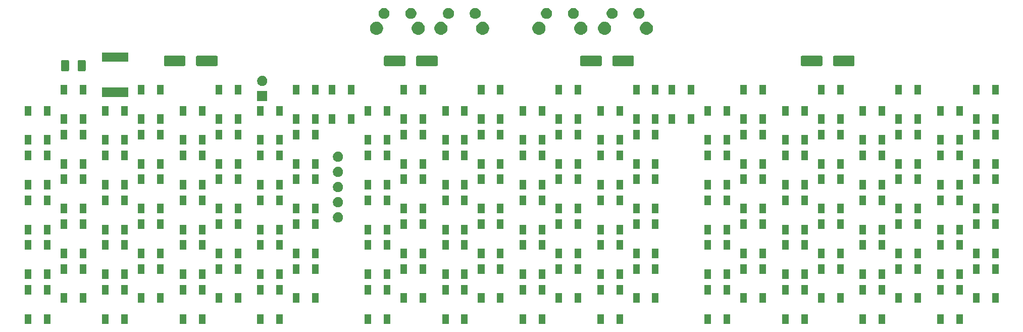
<source format=gbr>
G04 #@! TF.GenerationSoftware,KiCad,Pcbnew,(5.1.5-0-10_14)*
G04 #@! TF.CreationDate,2020-01-03T17:39:58-06:00*
G04 #@! TF.ProjectId,foxie_clock_nano,666f7869-655f-4636-9c6f-636b5f6e616e,1.4*
G04 #@! TF.SameCoordinates,Original*
G04 #@! TF.FileFunction,Soldermask,Top*
G04 #@! TF.FilePolarity,Negative*
%FSLAX46Y46*%
G04 Gerber Fmt 4.6, Leading zero omitted, Abs format (unit mm)*
G04 Created by KiCad (PCBNEW (5.1.5-0-10_14)) date 2020-01-03 17:39:58*
%MOMM*%
%LPD*%
G04 APERTURE LIST*
%ADD10C,0.100000*%
G04 APERTURE END LIST*
D10*
G36*
X223651000Y-131251000D02*
G01*
X222549000Y-131251000D01*
X222549000Y-129649000D01*
X223651000Y-129649000D01*
X223651000Y-131251000D01*
G37*
G36*
X220451000Y-131251000D02*
G01*
X219349000Y-131251000D01*
X219349000Y-129649000D01*
X220451000Y-129649000D01*
X220451000Y-131251000D01*
G37*
G36*
X210651000Y-131251000D02*
G01*
X209549000Y-131251000D01*
X209549000Y-129649000D01*
X210651000Y-129649000D01*
X210651000Y-131251000D01*
G37*
G36*
X207451000Y-131251000D02*
G01*
X206349000Y-131251000D01*
X206349000Y-129649000D01*
X207451000Y-129649000D01*
X207451000Y-131251000D01*
G37*
G36*
X197651000Y-131251000D02*
G01*
X196549000Y-131251000D01*
X196549000Y-129649000D01*
X197651000Y-129649000D01*
X197651000Y-131251000D01*
G37*
G36*
X194451000Y-131251000D02*
G01*
X193349000Y-131251000D01*
X193349000Y-129649000D01*
X194451000Y-129649000D01*
X194451000Y-131251000D01*
G37*
G36*
X184651000Y-131251000D02*
G01*
X183549000Y-131251000D01*
X183549000Y-129649000D01*
X184651000Y-129649000D01*
X184651000Y-131251000D01*
G37*
G36*
X181451000Y-131251000D02*
G01*
X180349000Y-131251000D01*
X180349000Y-129649000D01*
X181451000Y-129649000D01*
X181451000Y-131251000D01*
G37*
G36*
X166651000Y-131251000D02*
G01*
X165549000Y-131251000D01*
X165549000Y-129649000D01*
X166651000Y-129649000D01*
X166651000Y-131251000D01*
G37*
G36*
X163451000Y-131251000D02*
G01*
X162349000Y-131251000D01*
X162349000Y-129649000D01*
X163451000Y-129649000D01*
X163451000Y-131251000D01*
G37*
G36*
X153651000Y-131251000D02*
G01*
X152549000Y-131251000D01*
X152549000Y-129649000D01*
X153651000Y-129649000D01*
X153651000Y-131251000D01*
G37*
G36*
X150451000Y-131251000D02*
G01*
X149349000Y-131251000D01*
X149349000Y-129649000D01*
X150451000Y-129649000D01*
X150451000Y-131251000D01*
G37*
G36*
X140651000Y-131251000D02*
G01*
X139549000Y-131251000D01*
X139549000Y-129649000D01*
X140651000Y-129649000D01*
X140651000Y-131251000D01*
G37*
G36*
X137451000Y-131251000D02*
G01*
X136349000Y-131251000D01*
X136349000Y-129649000D01*
X137451000Y-129649000D01*
X137451000Y-131251000D01*
G37*
G36*
X127651000Y-131251000D02*
G01*
X126549000Y-131251000D01*
X126549000Y-129649000D01*
X127651000Y-129649000D01*
X127651000Y-131251000D01*
G37*
G36*
X124451000Y-131251000D02*
G01*
X123349000Y-131251000D01*
X123349000Y-129649000D01*
X124451000Y-129649000D01*
X124451000Y-131251000D01*
G37*
G36*
X109651000Y-131251000D02*
G01*
X108549000Y-131251000D01*
X108549000Y-129649000D01*
X109651000Y-129649000D01*
X109651000Y-131251000D01*
G37*
G36*
X106451000Y-131251000D02*
G01*
X105349000Y-131251000D01*
X105349000Y-129649000D01*
X106451000Y-129649000D01*
X106451000Y-131251000D01*
G37*
G36*
X96651000Y-131251000D02*
G01*
X95549000Y-131251000D01*
X95549000Y-129649000D01*
X96651000Y-129649000D01*
X96651000Y-131251000D01*
G37*
G36*
X93451000Y-131251000D02*
G01*
X92349000Y-131251000D01*
X92349000Y-129649000D01*
X93451000Y-129649000D01*
X93451000Y-131251000D01*
G37*
G36*
X83651000Y-131251000D02*
G01*
X82549000Y-131251000D01*
X82549000Y-129649000D01*
X83651000Y-129649000D01*
X83651000Y-131251000D01*
G37*
G36*
X80451000Y-131251000D02*
G01*
X79349000Y-131251000D01*
X79349000Y-129649000D01*
X80451000Y-129649000D01*
X80451000Y-131251000D01*
G37*
G36*
X70651000Y-131251000D02*
G01*
X69549000Y-131251000D01*
X69549000Y-129649000D01*
X70651000Y-129649000D01*
X70651000Y-131251000D01*
G37*
G36*
X67451000Y-131251000D02*
G01*
X66349000Y-131251000D01*
X66349000Y-129649000D01*
X67451000Y-129649000D01*
X67451000Y-131251000D01*
G37*
G36*
X203651000Y-127751000D02*
G01*
X202549000Y-127751000D01*
X202549000Y-126149000D01*
X203651000Y-126149000D01*
X203651000Y-127751000D01*
G37*
G36*
X200451000Y-127751000D02*
G01*
X199349000Y-127751000D01*
X199349000Y-126149000D01*
X200451000Y-126149000D01*
X200451000Y-127751000D01*
G37*
G36*
X190651000Y-127751000D02*
G01*
X189549000Y-127751000D01*
X189549000Y-126149000D01*
X190651000Y-126149000D01*
X190651000Y-127751000D01*
G37*
G36*
X187451000Y-127751000D02*
G01*
X186349000Y-127751000D01*
X186349000Y-126149000D01*
X187451000Y-126149000D01*
X187451000Y-127751000D01*
G37*
G36*
X229651000Y-127751000D02*
G01*
X228549000Y-127751000D01*
X228549000Y-126149000D01*
X229651000Y-126149000D01*
X229651000Y-127751000D01*
G37*
G36*
X226451000Y-127751000D02*
G01*
X225349000Y-127751000D01*
X225349000Y-126149000D01*
X226451000Y-126149000D01*
X226451000Y-127751000D01*
G37*
G36*
X216651000Y-127751000D02*
G01*
X215549000Y-127751000D01*
X215549000Y-126149000D01*
X216651000Y-126149000D01*
X216651000Y-127751000D01*
G37*
G36*
X213451000Y-127751000D02*
G01*
X212349000Y-127751000D01*
X212349000Y-126149000D01*
X213451000Y-126149000D01*
X213451000Y-127751000D01*
G37*
G36*
X172651000Y-127751000D02*
G01*
X171549000Y-127751000D01*
X171549000Y-126149000D01*
X172651000Y-126149000D01*
X172651000Y-127751000D01*
G37*
G36*
X169451000Y-127751000D02*
G01*
X168349000Y-127751000D01*
X168349000Y-126149000D01*
X169451000Y-126149000D01*
X169451000Y-127751000D01*
G37*
G36*
X159651000Y-127751000D02*
G01*
X158549000Y-127751000D01*
X158549000Y-126149000D01*
X159651000Y-126149000D01*
X159651000Y-127751000D01*
G37*
G36*
X156451000Y-127751000D02*
G01*
X155349000Y-127751000D01*
X155349000Y-126149000D01*
X156451000Y-126149000D01*
X156451000Y-127751000D01*
G37*
G36*
X146651000Y-127751000D02*
G01*
X145549000Y-127751000D01*
X145549000Y-126149000D01*
X146651000Y-126149000D01*
X146651000Y-127751000D01*
G37*
G36*
X143451000Y-127751000D02*
G01*
X142349000Y-127751000D01*
X142349000Y-126149000D01*
X143451000Y-126149000D01*
X143451000Y-127751000D01*
G37*
G36*
X133651000Y-127751000D02*
G01*
X132549000Y-127751000D01*
X132549000Y-126149000D01*
X133651000Y-126149000D01*
X133651000Y-127751000D01*
G37*
G36*
X130451000Y-127751000D02*
G01*
X129349000Y-127751000D01*
X129349000Y-126149000D01*
X130451000Y-126149000D01*
X130451000Y-127751000D01*
G37*
G36*
X115651000Y-127751000D02*
G01*
X114549000Y-127751000D01*
X114549000Y-126149000D01*
X115651000Y-126149000D01*
X115651000Y-127751000D01*
G37*
G36*
X112451000Y-127751000D02*
G01*
X111349000Y-127751000D01*
X111349000Y-126149000D01*
X112451000Y-126149000D01*
X112451000Y-127751000D01*
G37*
G36*
X102651000Y-127751000D02*
G01*
X101549000Y-127751000D01*
X101549000Y-126149000D01*
X102651000Y-126149000D01*
X102651000Y-127751000D01*
G37*
G36*
X99451000Y-127751000D02*
G01*
X98349000Y-127751000D01*
X98349000Y-126149000D01*
X99451000Y-126149000D01*
X99451000Y-127751000D01*
G37*
G36*
X89651000Y-127751000D02*
G01*
X88549000Y-127751000D01*
X88549000Y-126149000D01*
X89651000Y-126149000D01*
X89651000Y-127751000D01*
G37*
G36*
X86451000Y-127751000D02*
G01*
X85349000Y-127751000D01*
X85349000Y-126149000D01*
X86451000Y-126149000D01*
X86451000Y-127751000D01*
G37*
G36*
X76651000Y-127751000D02*
G01*
X75549000Y-127751000D01*
X75549000Y-126149000D01*
X76651000Y-126149000D01*
X76651000Y-127751000D01*
G37*
G36*
X73451000Y-127751000D02*
G01*
X72349000Y-127751000D01*
X72349000Y-126149000D01*
X73451000Y-126149000D01*
X73451000Y-127751000D01*
G37*
G36*
X223651000Y-126351000D02*
G01*
X222549000Y-126351000D01*
X222549000Y-124749000D01*
X223651000Y-124749000D01*
X223651000Y-126351000D01*
G37*
G36*
X220451000Y-126351000D02*
G01*
X219349000Y-126351000D01*
X219349000Y-124749000D01*
X220451000Y-124749000D01*
X220451000Y-126351000D01*
G37*
G36*
X210651000Y-126351000D02*
G01*
X209549000Y-126351000D01*
X209549000Y-124749000D01*
X210651000Y-124749000D01*
X210651000Y-126351000D01*
G37*
G36*
X207451000Y-126351000D02*
G01*
X206349000Y-126351000D01*
X206349000Y-124749000D01*
X207451000Y-124749000D01*
X207451000Y-126351000D01*
G37*
G36*
X197651000Y-126351000D02*
G01*
X196549000Y-126351000D01*
X196549000Y-124749000D01*
X197651000Y-124749000D01*
X197651000Y-126351000D01*
G37*
G36*
X194451000Y-126351000D02*
G01*
X193349000Y-126351000D01*
X193349000Y-124749000D01*
X194451000Y-124749000D01*
X194451000Y-126351000D01*
G37*
G36*
X166651000Y-126351000D02*
G01*
X165549000Y-126351000D01*
X165549000Y-124749000D01*
X166651000Y-124749000D01*
X166651000Y-126351000D01*
G37*
G36*
X163451000Y-126351000D02*
G01*
X162349000Y-126351000D01*
X162349000Y-124749000D01*
X163451000Y-124749000D01*
X163451000Y-126351000D01*
G37*
G36*
X184651000Y-126351000D02*
G01*
X183549000Y-126351000D01*
X183549000Y-124749000D01*
X184651000Y-124749000D01*
X184651000Y-126351000D01*
G37*
G36*
X181451000Y-126351000D02*
G01*
X180349000Y-126351000D01*
X180349000Y-124749000D01*
X181451000Y-124749000D01*
X181451000Y-126351000D01*
G37*
G36*
X153651000Y-126351000D02*
G01*
X152549000Y-126351000D01*
X152549000Y-124749000D01*
X153651000Y-124749000D01*
X153651000Y-126351000D01*
G37*
G36*
X150451000Y-126351000D02*
G01*
X149349000Y-126351000D01*
X149349000Y-124749000D01*
X150451000Y-124749000D01*
X150451000Y-126351000D01*
G37*
G36*
X140651000Y-126351000D02*
G01*
X139549000Y-126351000D01*
X139549000Y-124749000D01*
X140651000Y-124749000D01*
X140651000Y-126351000D01*
G37*
G36*
X137451000Y-126351000D02*
G01*
X136349000Y-126351000D01*
X136349000Y-124749000D01*
X137451000Y-124749000D01*
X137451000Y-126351000D01*
G37*
G36*
X67451000Y-126351000D02*
G01*
X66349000Y-126351000D01*
X66349000Y-124749000D01*
X67451000Y-124749000D01*
X67451000Y-126351000D01*
G37*
G36*
X70651000Y-126351000D02*
G01*
X69549000Y-126351000D01*
X69549000Y-124749000D01*
X70651000Y-124749000D01*
X70651000Y-126351000D01*
G37*
G36*
X80451000Y-126351000D02*
G01*
X79349000Y-126351000D01*
X79349000Y-124749000D01*
X80451000Y-124749000D01*
X80451000Y-126351000D01*
G37*
G36*
X83651000Y-126351000D02*
G01*
X82549000Y-126351000D01*
X82549000Y-124749000D01*
X83651000Y-124749000D01*
X83651000Y-126351000D01*
G37*
G36*
X127651000Y-126351000D02*
G01*
X126549000Y-126351000D01*
X126549000Y-124749000D01*
X127651000Y-124749000D01*
X127651000Y-126351000D01*
G37*
G36*
X124451000Y-126351000D02*
G01*
X123349000Y-126351000D01*
X123349000Y-124749000D01*
X124451000Y-124749000D01*
X124451000Y-126351000D01*
G37*
G36*
X109651000Y-126351000D02*
G01*
X108549000Y-126351000D01*
X108549000Y-124749000D01*
X109651000Y-124749000D01*
X109651000Y-126351000D01*
G37*
G36*
X106451000Y-126351000D02*
G01*
X105349000Y-126351000D01*
X105349000Y-124749000D01*
X106451000Y-124749000D01*
X106451000Y-126351000D01*
G37*
G36*
X96651000Y-126351000D02*
G01*
X95549000Y-126351000D01*
X95549000Y-124749000D01*
X96651000Y-124749000D01*
X96651000Y-126351000D01*
G37*
G36*
X93451000Y-126351000D02*
G01*
X92349000Y-126351000D01*
X92349000Y-124749000D01*
X93451000Y-124749000D01*
X93451000Y-126351000D01*
G37*
G36*
X124451000Y-123751000D02*
G01*
X123349000Y-123751000D01*
X123349000Y-122149000D01*
X124451000Y-122149000D01*
X124451000Y-123751000D01*
G37*
G36*
X127651000Y-123751000D02*
G01*
X126549000Y-123751000D01*
X126549000Y-122149000D01*
X127651000Y-122149000D01*
X127651000Y-123751000D01*
G37*
G36*
X223651000Y-123751000D02*
G01*
X222549000Y-123751000D01*
X222549000Y-122149000D01*
X223651000Y-122149000D01*
X223651000Y-123751000D01*
G37*
G36*
X220451000Y-123751000D02*
G01*
X219349000Y-123751000D01*
X219349000Y-122149000D01*
X220451000Y-122149000D01*
X220451000Y-123751000D01*
G37*
G36*
X137451000Y-123751000D02*
G01*
X136349000Y-123751000D01*
X136349000Y-122149000D01*
X137451000Y-122149000D01*
X137451000Y-123751000D01*
G37*
G36*
X140651000Y-123751000D02*
G01*
X139549000Y-123751000D01*
X139549000Y-122149000D01*
X140651000Y-122149000D01*
X140651000Y-123751000D01*
G37*
G36*
X210651000Y-123751000D02*
G01*
X209549000Y-123751000D01*
X209549000Y-122149000D01*
X210651000Y-122149000D01*
X210651000Y-123751000D01*
G37*
G36*
X207451000Y-123751000D02*
G01*
X206349000Y-123751000D01*
X206349000Y-122149000D01*
X207451000Y-122149000D01*
X207451000Y-123751000D01*
G37*
G36*
X197651000Y-123751000D02*
G01*
X196549000Y-123751000D01*
X196549000Y-122149000D01*
X197651000Y-122149000D01*
X197651000Y-123751000D01*
G37*
G36*
X194451000Y-123751000D02*
G01*
X193349000Y-123751000D01*
X193349000Y-122149000D01*
X194451000Y-122149000D01*
X194451000Y-123751000D01*
G37*
G36*
X184651000Y-123751000D02*
G01*
X183549000Y-123751000D01*
X183549000Y-122149000D01*
X184651000Y-122149000D01*
X184651000Y-123751000D01*
G37*
G36*
X181451000Y-123751000D02*
G01*
X180349000Y-123751000D01*
X180349000Y-122149000D01*
X181451000Y-122149000D01*
X181451000Y-123751000D01*
G37*
G36*
X109651000Y-123751000D02*
G01*
X108549000Y-123751000D01*
X108549000Y-122149000D01*
X109651000Y-122149000D01*
X109651000Y-123751000D01*
G37*
G36*
X106451000Y-123751000D02*
G01*
X105349000Y-123751000D01*
X105349000Y-122149000D01*
X106451000Y-122149000D01*
X106451000Y-123751000D01*
G37*
G36*
X96651000Y-123751000D02*
G01*
X95549000Y-123751000D01*
X95549000Y-122149000D01*
X96651000Y-122149000D01*
X96651000Y-123751000D01*
G37*
G36*
X93451000Y-123751000D02*
G01*
X92349000Y-123751000D01*
X92349000Y-122149000D01*
X93451000Y-122149000D01*
X93451000Y-123751000D01*
G37*
G36*
X150451000Y-123751000D02*
G01*
X149349000Y-123751000D01*
X149349000Y-122149000D01*
X150451000Y-122149000D01*
X150451000Y-123751000D01*
G37*
G36*
X153651000Y-123751000D02*
G01*
X152549000Y-123751000D01*
X152549000Y-122149000D01*
X153651000Y-122149000D01*
X153651000Y-123751000D01*
G37*
G36*
X166651000Y-123751000D02*
G01*
X165549000Y-123751000D01*
X165549000Y-122149000D01*
X166651000Y-122149000D01*
X166651000Y-123751000D01*
G37*
G36*
X163451000Y-123751000D02*
G01*
X162349000Y-123751000D01*
X162349000Y-122149000D01*
X163451000Y-122149000D01*
X163451000Y-123751000D01*
G37*
G36*
X83651000Y-123751000D02*
G01*
X82549000Y-123751000D01*
X82549000Y-122149000D01*
X83651000Y-122149000D01*
X83651000Y-123751000D01*
G37*
G36*
X80451000Y-123751000D02*
G01*
X79349000Y-123751000D01*
X79349000Y-122149000D01*
X80451000Y-122149000D01*
X80451000Y-123751000D01*
G37*
G36*
X70651000Y-123751000D02*
G01*
X69549000Y-123751000D01*
X69549000Y-122149000D01*
X70651000Y-122149000D01*
X70651000Y-123751000D01*
G37*
G36*
X67451000Y-123751000D02*
G01*
X66349000Y-123751000D01*
X66349000Y-122149000D01*
X67451000Y-122149000D01*
X67451000Y-123751000D01*
G37*
G36*
X130451000Y-122851000D02*
G01*
X129349000Y-122851000D01*
X129349000Y-121249000D01*
X130451000Y-121249000D01*
X130451000Y-122851000D01*
G37*
G36*
X76651000Y-122851000D02*
G01*
X75549000Y-122851000D01*
X75549000Y-121249000D01*
X76651000Y-121249000D01*
X76651000Y-122851000D01*
G37*
G36*
X226451000Y-122851000D02*
G01*
X225349000Y-122851000D01*
X225349000Y-121249000D01*
X226451000Y-121249000D01*
X226451000Y-122851000D01*
G37*
G36*
X190651000Y-122851000D02*
G01*
X189549000Y-122851000D01*
X189549000Y-121249000D01*
X190651000Y-121249000D01*
X190651000Y-122851000D01*
G37*
G36*
X187451000Y-122851000D02*
G01*
X186349000Y-122851000D01*
X186349000Y-121249000D01*
X187451000Y-121249000D01*
X187451000Y-122851000D01*
G37*
G36*
X216651000Y-122851000D02*
G01*
X215549000Y-122851000D01*
X215549000Y-121249000D01*
X216651000Y-121249000D01*
X216651000Y-122851000D01*
G37*
G36*
X213451000Y-122851000D02*
G01*
X212349000Y-122851000D01*
X212349000Y-121249000D01*
X213451000Y-121249000D01*
X213451000Y-122851000D01*
G37*
G36*
X73451000Y-122851000D02*
G01*
X72349000Y-122851000D01*
X72349000Y-121249000D01*
X73451000Y-121249000D01*
X73451000Y-122851000D01*
G37*
G36*
X203651000Y-122851000D02*
G01*
X202549000Y-122851000D01*
X202549000Y-121249000D01*
X203651000Y-121249000D01*
X203651000Y-122851000D01*
G37*
G36*
X200451000Y-122851000D02*
G01*
X199349000Y-122851000D01*
X199349000Y-121249000D01*
X200451000Y-121249000D01*
X200451000Y-122851000D01*
G37*
G36*
X115651000Y-122851000D02*
G01*
X114549000Y-122851000D01*
X114549000Y-121249000D01*
X115651000Y-121249000D01*
X115651000Y-122851000D01*
G37*
G36*
X112451000Y-122851000D02*
G01*
X111349000Y-122851000D01*
X111349000Y-121249000D01*
X112451000Y-121249000D01*
X112451000Y-122851000D01*
G37*
G36*
X172651000Y-122851000D02*
G01*
X171549000Y-122851000D01*
X171549000Y-121249000D01*
X172651000Y-121249000D01*
X172651000Y-122851000D01*
G37*
G36*
X99451000Y-122851000D02*
G01*
X98349000Y-122851000D01*
X98349000Y-121249000D01*
X99451000Y-121249000D01*
X99451000Y-122851000D01*
G37*
G36*
X102651000Y-122851000D02*
G01*
X101549000Y-122851000D01*
X101549000Y-121249000D01*
X102651000Y-121249000D01*
X102651000Y-122851000D01*
G37*
G36*
X169451000Y-122851000D02*
G01*
X168349000Y-122851000D01*
X168349000Y-121249000D01*
X169451000Y-121249000D01*
X169451000Y-122851000D01*
G37*
G36*
X89651000Y-122851000D02*
G01*
X88549000Y-122851000D01*
X88549000Y-121249000D01*
X89651000Y-121249000D01*
X89651000Y-122851000D01*
G37*
G36*
X86451000Y-122851000D02*
G01*
X85349000Y-122851000D01*
X85349000Y-121249000D01*
X86451000Y-121249000D01*
X86451000Y-122851000D01*
G37*
G36*
X133651000Y-122851000D02*
G01*
X132549000Y-122851000D01*
X132549000Y-121249000D01*
X133651000Y-121249000D01*
X133651000Y-122851000D01*
G37*
G36*
X159651000Y-122851000D02*
G01*
X158549000Y-122851000D01*
X158549000Y-121249000D01*
X159651000Y-121249000D01*
X159651000Y-122851000D01*
G37*
G36*
X229651000Y-122851000D02*
G01*
X228549000Y-122851000D01*
X228549000Y-121249000D01*
X229651000Y-121249000D01*
X229651000Y-122851000D01*
G37*
G36*
X156451000Y-122851000D02*
G01*
X155349000Y-122851000D01*
X155349000Y-121249000D01*
X156451000Y-121249000D01*
X156451000Y-122851000D01*
G37*
G36*
X143451000Y-122851000D02*
G01*
X142349000Y-122851000D01*
X142349000Y-121249000D01*
X143451000Y-121249000D01*
X143451000Y-122851000D01*
G37*
G36*
X146651000Y-122851000D02*
G01*
X145549000Y-122851000D01*
X145549000Y-121249000D01*
X146651000Y-121249000D01*
X146651000Y-122851000D01*
G37*
G36*
X112451000Y-120251000D02*
G01*
X111349000Y-120251000D01*
X111349000Y-118649000D01*
X112451000Y-118649000D01*
X112451000Y-120251000D01*
G37*
G36*
X115651000Y-120251000D02*
G01*
X114549000Y-120251000D01*
X114549000Y-118649000D01*
X115651000Y-118649000D01*
X115651000Y-120251000D01*
G37*
G36*
X229651000Y-120251000D02*
G01*
X228549000Y-120251000D01*
X228549000Y-118649000D01*
X229651000Y-118649000D01*
X229651000Y-120251000D01*
G37*
G36*
X226451000Y-120251000D02*
G01*
X225349000Y-120251000D01*
X225349000Y-118649000D01*
X226451000Y-118649000D01*
X226451000Y-120251000D01*
G37*
G36*
X130451000Y-120251000D02*
G01*
X129349000Y-120251000D01*
X129349000Y-118649000D01*
X130451000Y-118649000D01*
X130451000Y-120251000D01*
G37*
G36*
X133651000Y-120251000D02*
G01*
X132549000Y-120251000D01*
X132549000Y-118649000D01*
X133651000Y-118649000D01*
X133651000Y-120251000D01*
G37*
G36*
X102651000Y-120251000D02*
G01*
X101549000Y-120251000D01*
X101549000Y-118649000D01*
X102651000Y-118649000D01*
X102651000Y-120251000D01*
G37*
G36*
X99451000Y-120251000D02*
G01*
X98349000Y-120251000D01*
X98349000Y-118649000D01*
X99451000Y-118649000D01*
X99451000Y-120251000D01*
G37*
G36*
X89651000Y-120251000D02*
G01*
X88549000Y-120251000D01*
X88549000Y-118649000D01*
X89651000Y-118649000D01*
X89651000Y-120251000D01*
G37*
G36*
X86451000Y-120251000D02*
G01*
X85349000Y-120251000D01*
X85349000Y-118649000D01*
X86451000Y-118649000D01*
X86451000Y-120251000D01*
G37*
G36*
X73451000Y-120251000D02*
G01*
X72349000Y-120251000D01*
X72349000Y-118649000D01*
X73451000Y-118649000D01*
X73451000Y-120251000D01*
G37*
G36*
X76651000Y-120251000D02*
G01*
X75549000Y-120251000D01*
X75549000Y-118649000D01*
X76651000Y-118649000D01*
X76651000Y-120251000D01*
G37*
G36*
X143451000Y-120251000D02*
G01*
X142349000Y-120251000D01*
X142349000Y-118649000D01*
X143451000Y-118649000D01*
X143451000Y-120251000D01*
G37*
G36*
X146651000Y-120251000D02*
G01*
X145549000Y-120251000D01*
X145549000Y-118649000D01*
X146651000Y-118649000D01*
X146651000Y-120251000D01*
G37*
G36*
X156451000Y-120251000D02*
G01*
X155349000Y-120251000D01*
X155349000Y-118649000D01*
X156451000Y-118649000D01*
X156451000Y-120251000D01*
G37*
G36*
X159651000Y-120251000D02*
G01*
X158549000Y-120251000D01*
X158549000Y-118649000D01*
X159651000Y-118649000D01*
X159651000Y-120251000D01*
G37*
G36*
X169451000Y-120251000D02*
G01*
X168349000Y-120251000D01*
X168349000Y-118649000D01*
X169451000Y-118649000D01*
X169451000Y-120251000D01*
G37*
G36*
X172651000Y-120251000D02*
G01*
X171549000Y-120251000D01*
X171549000Y-118649000D01*
X172651000Y-118649000D01*
X172651000Y-120251000D01*
G37*
G36*
X187451000Y-120251000D02*
G01*
X186349000Y-120251000D01*
X186349000Y-118649000D01*
X187451000Y-118649000D01*
X187451000Y-120251000D01*
G37*
G36*
X190651000Y-120251000D02*
G01*
X189549000Y-120251000D01*
X189549000Y-118649000D01*
X190651000Y-118649000D01*
X190651000Y-120251000D01*
G37*
G36*
X200451000Y-120251000D02*
G01*
X199349000Y-120251000D01*
X199349000Y-118649000D01*
X200451000Y-118649000D01*
X200451000Y-120251000D01*
G37*
G36*
X203651000Y-120251000D02*
G01*
X202549000Y-120251000D01*
X202549000Y-118649000D01*
X203651000Y-118649000D01*
X203651000Y-120251000D01*
G37*
G36*
X213451000Y-120251000D02*
G01*
X212349000Y-120251000D01*
X212349000Y-118649000D01*
X213451000Y-118649000D01*
X213451000Y-120251000D01*
G37*
G36*
X216651000Y-120251000D02*
G01*
X215549000Y-120251000D01*
X215549000Y-118649000D01*
X216651000Y-118649000D01*
X216651000Y-120251000D01*
G37*
G36*
X166651000Y-118851000D02*
G01*
X165549000Y-118851000D01*
X165549000Y-117249000D01*
X166651000Y-117249000D01*
X166651000Y-118851000D01*
G37*
G36*
X67451000Y-118851000D02*
G01*
X66349000Y-118851000D01*
X66349000Y-117249000D01*
X67451000Y-117249000D01*
X67451000Y-118851000D01*
G37*
G36*
X197651000Y-118851000D02*
G01*
X196549000Y-118851000D01*
X196549000Y-117249000D01*
X197651000Y-117249000D01*
X197651000Y-118851000D01*
G37*
G36*
X153651000Y-118851000D02*
G01*
X152549000Y-118851000D01*
X152549000Y-117249000D01*
X153651000Y-117249000D01*
X153651000Y-118851000D01*
G37*
G36*
X150451000Y-118851000D02*
G01*
X149349000Y-118851000D01*
X149349000Y-117249000D01*
X150451000Y-117249000D01*
X150451000Y-118851000D01*
G37*
G36*
X194451000Y-118851000D02*
G01*
X193349000Y-118851000D01*
X193349000Y-117249000D01*
X194451000Y-117249000D01*
X194451000Y-118851000D01*
G37*
G36*
X109651000Y-118851000D02*
G01*
X108549000Y-118851000D01*
X108549000Y-117249000D01*
X109651000Y-117249000D01*
X109651000Y-118851000D01*
G37*
G36*
X106451000Y-118851000D02*
G01*
X105349000Y-118851000D01*
X105349000Y-117249000D01*
X106451000Y-117249000D01*
X106451000Y-118851000D01*
G37*
G36*
X96651000Y-118851000D02*
G01*
X95549000Y-118851000D01*
X95549000Y-117249000D01*
X96651000Y-117249000D01*
X96651000Y-118851000D01*
G37*
G36*
X93451000Y-118851000D02*
G01*
X92349000Y-118851000D01*
X92349000Y-117249000D01*
X93451000Y-117249000D01*
X93451000Y-118851000D01*
G37*
G36*
X83651000Y-118851000D02*
G01*
X82549000Y-118851000D01*
X82549000Y-117249000D01*
X83651000Y-117249000D01*
X83651000Y-118851000D01*
G37*
G36*
X124451000Y-118851000D02*
G01*
X123349000Y-118851000D01*
X123349000Y-117249000D01*
X124451000Y-117249000D01*
X124451000Y-118851000D01*
G37*
G36*
X127651000Y-118851000D02*
G01*
X126549000Y-118851000D01*
X126549000Y-117249000D01*
X127651000Y-117249000D01*
X127651000Y-118851000D01*
G37*
G36*
X137451000Y-118851000D02*
G01*
X136349000Y-118851000D01*
X136349000Y-117249000D01*
X137451000Y-117249000D01*
X137451000Y-118851000D01*
G37*
G36*
X140651000Y-118851000D02*
G01*
X139549000Y-118851000D01*
X139549000Y-117249000D01*
X140651000Y-117249000D01*
X140651000Y-118851000D01*
G37*
G36*
X80451000Y-118851000D02*
G01*
X79349000Y-118851000D01*
X79349000Y-117249000D01*
X80451000Y-117249000D01*
X80451000Y-118851000D01*
G37*
G36*
X70651000Y-118851000D02*
G01*
X69549000Y-118851000D01*
X69549000Y-117249000D01*
X70651000Y-117249000D01*
X70651000Y-118851000D01*
G37*
G36*
X163451000Y-118851000D02*
G01*
X162349000Y-118851000D01*
X162349000Y-117249000D01*
X163451000Y-117249000D01*
X163451000Y-118851000D01*
G37*
G36*
X184651000Y-118851000D02*
G01*
X183549000Y-118851000D01*
X183549000Y-117249000D01*
X184651000Y-117249000D01*
X184651000Y-118851000D01*
G37*
G36*
X181451000Y-118851000D02*
G01*
X180349000Y-118851000D01*
X180349000Y-117249000D01*
X181451000Y-117249000D01*
X181451000Y-118851000D01*
G37*
G36*
X207451000Y-118851000D02*
G01*
X206349000Y-118851000D01*
X206349000Y-117249000D01*
X207451000Y-117249000D01*
X207451000Y-118851000D01*
G37*
G36*
X210651000Y-118851000D02*
G01*
X209549000Y-118851000D01*
X209549000Y-117249000D01*
X210651000Y-117249000D01*
X210651000Y-118851000D01*
G37*
G36*
X220451000Y-118851000D02*
G01*
X219349000Y-118851000D01*
X219349000Y-117249000D01*
X220451000Y-117249000D01*
X220451000Y-118851000D01*
G37*
G36*
X223651000Y-118851000D02*
G01*
X222549000Y-118851000D01*
X222549000Y-117249000D01*
X223651000Y-117249000D01*
X223651000Y-118851000D01*
G37*
G36*
X106451000Y-116251000D02*
G01*
X105349000Y-116251000D01*
X105349000Y-114649000D01*
X106451000Y-114649000D01*
X106451000Y-116251000D01*
G37*
G36*
X184651000Y-116251000D02*
G01*
X183549000Y-116251000D01*
X183549000Y-114649000D01*
X184651000Y-114649000D01*
X184651000Y-116251000D01*
G37*
G36*
X181451000Y-116251000D02*
G01*
X180349000Y-116251000D01*
X180349000Y-114649000D01*
X181451000Y-114649000D01*
X181451000Y-116251000D01*
G37*
G36*
X83651000Y-116251000D02*
G01*
X82549000Y-116251000D01*
X82549000Y-114649000D01*
X83651000Y-114649000D01*
X83651000Y-116251000D01*
G37*
G36*
X80451000Y-116251000D02*
G01*
X79349000Y-116251000D01*
X79349000Y-114649000D01*
X80451000Y-114649000D01*
X80451000Y-116251000D01*
G37*
G36*
X194451000Y-116251000D02*
G01*
X193349000Y-116251000D01*
X193349000Y-114649000D01*
X194451000Y-114649000D01*
X194451000Y-116251000D01*
G37*
G36*
X197651000Y-116251000D02*
G01*
X196549000Y-116251000D01*
X196549000Y-114649000D01*
X197651000Y-114649000D01*
X197651000Y-116251000D01*
G37*
G36*
X70651000Y-116251000D02*
G01*
X69549000Y-116251000D01*
X69549000Y-114649000D01*
X70651000Y-114649000D01*
X70651000Y-116251000D01*
G37*
G36*
X67451000Y-116251000D02*
G01*
X66349000Y-116251000D01*
X66349000Y-114649000D01*
X67451000Y-114649000D01*
X67451000Y-116251000D01*
G37*
G36*
X140651000Y-116251000D02*
G01*
X139549000Y-116251000D01*
X139549000Y-114649000D01*
X140651000Y-114649000D01*
X140651000Y-116251000D01*
G37*
G36*
X137451000Y-116251000D02*
G01*
X136349000Y-116251000D01*
X136349000Y-114649000D01*
X137451000Y-114649000D01*
X137451000Y-116251000D01*
G37*
G36*
X166651000Y-116251000D02*
G01*
X165549000Y-116251000D01*
X165549000Y-114649000D01*
X166651000Y-114649000D01*
X166651000Y-116251000D01*
G37*
G36*
X163451000Y-116251000D02*
G01*
X162349000Y-116251000D01*
X162349000Y-114649000D01*
X163451000Y-114649000D01*
X163451000Y-116251000D01*
G37*
G36*
X127651000Y-116251000D02*
G01*
X126549000Y-116251000D01*
X126549000Y-114649000D01*
X127651000Y-114649000D01*
X127651000Y-116251000D01*
G37*
G36*
X124451000Y-116251000D02*
G01*
X123349000Y-116251000D01*
X123349000Y-114649000D01*
X124451000Y-114649000D01*
X124451000Y-116251000D01*
G37*
G36*
X153651000Y-116251000D02*
G01*
X152549000Y-116251000D01*
X152549000Y-114649000D01*
X153651000Y-114649000D01*
X153651000Y-116251000D01*
G37*
G36*
X150451000Y-116251000D02*
G01*
X149349000Y-116251000D01*
X149349000Y-114649000D01*
X150451000Y-114649000D01*
X150451000Y-116251000D01*
G37*
G36*
X207451000Y-116251000D02*
G01*
X206349000Y-116251000D01*
X206349000Y-114649000D01*
X207451000Y-114649000D01*
X207451000Y-116251000D01*
G37*
G36*
X210651000Y-116251000D02*
G01*
X209549000Y-116251000D01*
X209549000Y-114649000D01*
X210651000Y-114649000D01*
X210651000Y-116251000D01*
G37*
G36*
X109651000Y-116251000D02*
G01*
X108549000Y-116251000D01*
X108549000Y-114649000D01*
X109651000Y-114649000D01*
X109651000Y-116251000D01*
G37*
G36*
X96651000Y-116251000D02*
G01*
X95549000Y-116251000D01*
X95549000Y-114649000D01*
X96651000Y-114649000D01*
X96651000Y-116251000D01*
G37*
G36*
X93451000Y-116251000D02*
G01*
X92349000Y-116251000D01*
X92349000Y-114649000D01*
X93451000Y-114649000D01*
X93451000Y-116251000D01*
G37*
G36*
X220451000Y-116251000D02*
G01*
X219349000Y-116251000D01*
X219349000Y-114649000D01*
X220451000Y-114649000D01*
X220451000Y-116251000D01*
G37*
G36*
X223651000Y-116251000D02*
G01*
X222549000Y-116251000D01*
X222549000Y-114649000D01*
X223651000Y-114649000D01*
X223651000Y-116251000D01*
G37*
G36*
X172651000Y-115351000D02*
G01*
X171549000Y-115351000D01*
X171549000Y-113749000D01*
X172651000Y-113749000D01*
X172651000Y-115351000D01*
G37*
G36*
X169451000Y-115351000D02*
G01*
X168349000Y-115351000D01*
X168349000Y-113749000D01*
X169451000Y-113749000D01*
X169451000Y-115351000D01*
G37*
G36*
X159651000Y-115351000D02*
G01*
X158549000Y-115351000D01*
X158549000Y-113749000D01*
X159651000Y-113749000D01*
X159651000Y-115351000D01*
G37*
G36*
X156451000Y-115351000D02*
G01*
X155349000Y-115351000D01*
X155349000Y-113749000D01*
X156451000Y-113749000D01*
X156451000Y-115351000D01*
G37*
G36*
X146651000Y-115351000D02*
G01*
X145549000Y-115351000D01*
X145549000Y-113749000D01*
X146651000Y-113749000D01*
X146651000Y-115351000D01*
G37*
G36*
X143451000Y-115351000D02*
G01*
X142349000Y-115351000D01*
X142349000Y-113749000D01*
X143451000Y-113749000D01*
X143451000Y-115351000D01*
G37*
G36*
X133651000Y-115351000D02*
G01*
X132549000Y-115351000D01*
X132549000Y-113749000D01*
X133651000Y-113749000D01*
X133651000Y-115351000D01*
G37*
G36*
X130451000Y-115351000D02*
G01*
X129349000Y-115351000D01*
X129349000Y-113749000D01*
X130451000Y-113749000D01*
X130451000Y-115351000D01*
G37*
G36*
X226451000Y-115351000D02*
G01*
X225349000Y-115351000D01*
X225349000Y-113749000D01*
X226451000Y-113749000D01*
X226451000Y-115351000D01*
G37*
G36*
X115651000Y-115351000D02*
G01*
X114549000Y-115351000D01*
X114549000Y-113749000D01*
X115651000Y-113749000D01*
X115651000Y-115351000D01*
G37*
G36*
X112451000Y-115351000D02*
G01*
X111349000Y-115351000D01*
X111349000Y-113749000D01*
X112451000Y-113749000D01*
X112451000Y-115351000D01*
G37*
G36*
X102651000Y-115351000D02*
G01*
X101549000Y-115351000D01*
X101549000Y-113749000D01*
X102651000Y-113749000D01*
X102651000Y-115351000D01*
G37*
G36*
X99451000Y-115351000D02*
G01*
X98349000Y-115351000D01*
X98349000Y-113749000D01*
X99451000Y-113749000D01*
X99451000Y-115351000D01*
G37*
G36*
X229651000Y-115351000D02*
G01*
X228549000Y-115351000D01*
X228549000Y-113749000D01*
X229651000Y-113749000D01*
X229651000Y-115351000D01*
G37*
G36*
X89651000Y-115351000D02*
G01*
X88549000Y-115351000D01*
X88549000Y-113749000D01*
X89651000Y-113749000D01*
X89651000Y-115351000D01*
G37*
G36*
X86451000Y-115351000D02*
G01*
X85349000Y-115351000D01*
X85349000Y-113749000D01*
X86451000Y-113749000D01*
X86451000Y-115351000D01*
G37*
G36*
X76651000Y-115351000D02*
G01*
X75549000Y-115351000D01*
X75549000Y-113749000D01*
X76651000Y-113749000D01*
X76651000Y-115351000D01*
G37*
G36*
X73451000Y-115351000D02*
G01*
X72349000Y-115351000D01*
X72349000Y-113749000D01*
X73451000Y-113749000D01*
X73451000Y-115351000D01*
G37*
G36*
X213451000Y-115351000D02*
G01*
X212349000Y-115351000D01*
X212349000Y-113749000D01*
X213451000Y-113749000D01*
X213451000Y-115351000D01*
G37*
G36*
X216651000Y-115351000D02*
G01*
X215549000Y-115351000D01*
X215549000Y-113749000D01*
X216651000Y-113749000D01*
X216651000Y-115351000D01*
G37*
G36*
X187451000Y-115351000D02*
G01*
X186349000Y-115351000D01*
X186349000Y-113749000D01*
X187451000Y-113749000D01*
X187451000Y-115351000D01*
G37*
G36*
X190651000Y-115351000D02*
G01*
X189549000Y-115351000D01*
X189549000Y-113749000D01*
X190651000Y-113749000D01*
X190651000Y-115351000D01*
G37*
G36*
X200451000Y-115351000D02*
G01*
X199349000Y-115351000D01*
X199349000Y-113749000D01*
X200451000Y-113749000D01*
X200451000Y-115351000D01*
G37*
G36*
X203651000Y-115351000D02*
G01*
X202549000Y-115351000D01*
X202549000Y-113749000D01*
X203651000Y-113749000D01*
X203651000Y-115351000D01*
G37*
G36*
X119128228Y-112601703D02*
G01*
X119283100Y-112665853D01*
X119422481Y-112758985D01*
X119541015Y-112877519D01*
X119634147Y-113016900D01*
X119698297Y-113171772D01*
X119731000Y-113336184D01*
X119731000Y-113503816D01*
X119698297Y-113668228D01*
X119634147Y-113823100D01*
X119541015Y-113962481D01*
X119422481Y-114081015D01*
X119283100Y-114174147D01*
X119128228Y-114238297D01*
X118963816Y-114271000D01*
X118796184Y-114271000D01*
X118631772Y-114238297D01*
X118476900Y-114174147D01*
X118337519Y-114081015D01*
X118218985Y-113962481D01*
X118125853Y-113823100D01*
X118061703Y-113668228D01*
X118029000Y-113503816D01*
X118029000Y-113336184D01*
X118061703Y-113171772D01*
X118125853Y-113016900D01*
X118218985Y-112877519D01*
X118337519Y-112758985D01*
X118476900Y-112665853D01*
X118631772Y-112601703D01*
X118796184Y-112569000D01*
X118963816Y-112569000D01*
X119128228Y-112601703D01*
G37*
G36*
X190651000Y-112751000D02*
G01*
X189549000Y-112751000D01*
X189549000Y-111149000D01*
X190651000Y-111149000D01*
X190651000Y-112751000D01*
G37*
G36*
X187451000Y-112751000D02*
G01*
X186349000Y-112751000D01*
X186349000Y-111149000D01*
X187451000Y-111149000D01*
X187451000Y-112751000D01*
G37*
G36*
X172651000Y-112751000D02*
G01*
X171549000Y-112751000D01*
X171549000Y-111149000D01*
X172651000Y-111149000D01*
X172651000Y-112751000D01*
G37*
G36*
X169451000Y-112751000D02*
G01*
X168349000Y-112751000D01*
X168349000Y-111149000D01*
X169451000Y-111149000D01*
X169451000Y-112751000D01*
G37*
G36*
X159651000Y-112751000D02*
G01*
X158549000Y-112751000D01*
X158549000Y-111149000D01*
X159651000Y-111149000D01*
X159651000Y-112751000D01*
G37*
G36*
X156451000Y-112751000D02*
G01*
X155349000Y-112751000D01*
X155349000Y-111149000D01*
X156451000Y-111149000D01*
X156451000Y-112751000D01*
G37*
G36*
X146651000Y-112751000D02*
G01*
X145549000Y-112751000D01*
X145549000Y-111149000D01*
X146651000Y-111149000D01*
X146651000Y-112751000D01*
G37*
G36*
X143451000Y-112751000D02*
G01*
X142349000Y-112751000D01*
X142349000Y-111149000D01*
X143451000Y-111149000D01*
X143451000Y-112751000D01*
G37*
G36*
X213451000Y-112751000D02*
G01*
X212349000Y-112751000D01*
X212349000Y-111149000D01*
X213451000Y-111149000D01*
X213451000Y-112751000D01*
G37*
G36*
X216651000Y-112751000D02*
G01*
X215549000Y-112751000D01*
X215549000Y-111149000D01*
X216651000Y-111149000D01*
X216651000Y-112751000D01*
G37*
G36*
X226451000Y-112751000D02*
G01*
X225349000Y-112751000D01*
X225349000Y-111149000D01*
X226451000Y-111149000D01*
X226451000Y-112751000D01*
G37*
G36*
X229651000Y-112751000D02*
G01*
X228549000Y-112751000D01*
X228549000Y-111149000D01*
X229651000Y-111149000D01*
X229651000Y-112751000D01*
G37*
G36*
X133651000Y-112751000D02*
G01*
X132549000Y-112751000D01*
X132549000Y-111149000D01*
X133651000Y-111149000D01*
X133651000Y-112751000D01*
G37*
G36*
X130451000Y-112751000D02*
G01*
X129349000Y-112751000D01*
X129349000Y-111149000D01*
X130451000Y-111149000D01*
X130451000Y-112751000D01*
G37*
G36*
X115651000Y-112751000D02*
G01*
X114549000Y-112751000D01*
X114549000Y-111149000D01*
X115651000Y-111149000D01*
X115651000Y-112751000D01*
G37*
G36*
X112451000Y-112751000D02*
G01*
X111349000Y-112751000D01*
X111349000Y-111149000D01*
X112451000Y-111149000D01*
X112451000Y-112751000D01*
G37*
G36*
X102651000Y-112751000D02*
G01*
X101549000Y-112751000D01*
X101549000Y-111149000D01*
X102651000Y-111149000D01*
X102651000Y-112751000D01*
G37*
G36*
X99451000Y-112751000D02*
G01*
X98349000Y-112751000D01*
X98349000Y-111149000D01*
X99451000Y-111149000D01*
X99451000Y-112751000D01*
G37*
G36*
X89651000Y-112751000D02*
G01*
X88549000Y-112751000D01*
X88549000Y-111149000D01*
X89651000Y-111149000D01*
X89651000Y-112751000D01*
G37*
G36*
X86451000Y-112751000D02*
G01*
X85349000Y-112751000D01*
X85349000Y-111149000D01*
X86451000Y-111149000D01*
X86451000Y-112751000D01*
G37*
G36*
X76651000Y-112751000D02*
G01*
X75549000Y-112751000D01*
X75549000Y-111149000D01*
X76651000Y-111149000D01*
X76651000Y-112751000D01*
G37*
G36*
X203651000Y-112751000D02*
G01*
X202549000Y-112751000D01*
X202549000Y-111149000D01*
X203651000Y-111149000D01*
X203651000Y-112751000D01*
G37*
G36*
X73451000Y-112751000D02*
G01*
X72349000Y-112751000D01*
X72349000Y-111149000D01*
X73451000Y-111149000D01*
X73451000Y-112751000D01*
G37*
G36*
X200451000Y-112751000D02*
G01*
X199349000Y-112751000D01*
X199349000Y-111149000D01*
X200451000Y-111149000D01*
X200451000Y-112751000D01*
G37*
G36*
X119128228Y-110061703D02*
G01*
X119283100Y-110125853D01*
X119422481Y-110218985D01*
X119541015Y-110337519D01*
X119634147Y-110476900D01*
X119698297Y-110631772D01*
X119731000Y-110796184D01*
X119731000Y-110963816D01*
X119698297Y-111128228D01*
X119634147Y-111283100D01*
X119541015Y-111422481D01*
X119422481Y-111541015D01*
X119283100Y-111634147D01*
X119128228Y-111698297D01*
X118963816Y-111731000D01*
X118796184Y-111731000D01*
X118631772Y-111698297D01*
X118476900Y-111634147D01*
X118337519Y-111541015D01*
X118218985Y-111422481D01*
X118125853Y-111283100D01*
X118061703Y-111128228D01*
X118029000Y-110963816D01*
X118029000Y-110796184D01*
X118061703Y-110631772D01*
X118125853Y-110476900D01*
X118218985Y-110337519D01*
X118337519Y-110218985D01*
X118476900Y-110125853D01*
X118631772Y-110061703D01*
X118796184Y-110029000D01*
X118963816Y-110029000D01*
X119128228Y-110061703D01*
G37*
G36*
X70651000Y-111351000D02*
G01*
X69549000Y-111351000D01*
X69549000Y-109749000D01*
X70651000Y-109749000D01*
X70651000Y-111351000D01*
G37*
G36*
X166651000Y-111351000D02*
G01*
X165549000Y-111351000D01*
X165549000Y-109749000D01*
X166651000Y-109749000D01*
X166651000Y-111351000D01*
G37*
G36*
X163451000Y-111351000D02*
G01*
X162349000Y-111351000D01*
X162349000Y-109749000D01*
X163451000Y-109749000D01*
X163451000Y-111351000D01*
G37*
G36*
X153651000Y-111351000D02*
G01*
X152549000Y-111351000D01*
X152549000Y-109749000D01*
X153651000Y-109749000D01*
X153651000Y-111351000D01*
G37*
G36*
X150451000Y-111351000D02*
G01*
X149349000Y-111351000D01*
X149349000Y-109749000D01*
X150451000Y-109749000D01*
X150451000Y-111351000D01*
G37*
G36*
X197651000Y-111351000D02*
G01*
X196549000Y-111351000D01*
X196549000Y-109749000D01*
X197651000Y-109749000D01*
X197651000Y-111351000D01*
G37*
G36*
X67451000Y-111351000D02*
G01*
X66349000Y-111351000D01*
X66349000Y-109749000D01*
X67451000Y-109749000D01*
X67451000Y-111351000D01*
G37*
G36*
X140651000Y-111351000D02*
G01*
X139549000Y-111351000D01*
X139549000Y-109749000D01*
X140651000Y-109749000D01*
X140651000Y-111351000D01*
G37*
G36*
X137451000Y-111351000D02*
G01*
X136349000Y-111351000D01*
X136349000Y-109749000D01*
X137451000Y-109749000D01*
X137451000Y-111351000D01*
G37*
G36*
X127651000Y-111351000D02*
G01*
X126549000Y-111351000D01*
X126549000Y-109749000D01*
X127651000Y-109749000D01*
X127651000Y-111351000D01*
G37*
G36*
X124451000Y-111351000D02*
G01*
X123349000Y-111351000D01*
X123349000Y-109749000D01*
X124451000Y-109749000D01*
X124451000Y-111351000D01*
G37*
G36*
X181451000Y-111351000D02*
G01*
X180349000Y-111351000D01*
X180349000Y-109749000D01*
X181451000Y-109749000D01*
X181451000Y-111351000D01*
G37*
G36*
X184651000Y-111351000D02*
G01*
X183549000Y-111351000D01*
X183549000Y-109749000D01*
X184651000Y-109749000D01*
X184651000Y-111351000D01*
G37*
G36*
X194451000Y-111351000D02*
G01*
X193349000Y-111351000D01*
X193349000Y-109749000D01*
X194451000Y-109749000D01*
X194451000Y-111351000D01*
G37*
G36*
X80451000Y-111351000D02*
G01*
X79349000Y-111351000D01*
X79349000Y-109749000D01*
X80451000Y-109749000D01*
X80451000Y-111351000D01*
G37*
G36*
X83651000Y-111351000D02*
G01*
X82549000Y-111351000D01*
X82549000Y-109749000D01*
X83651000Y-109749000D01*
X83651000Y-111351000D01*
G37*
G36*
X207451000Y-111351000D02*
G01*
X206349000Y-111351000D01*
X206349000Y-109749000D01*
X207451000Y-109749000D01*
X207451000Y-111351000D01*
G37*
G36*
X210651000Y-111351000D02*
G01*
X209549000Y-111351000D01*
X209549000Y-109749000D01*
X210651000Y-109749000D01*
X210651000Y-111351000D01*
G37*
G36*
X220451000Y-111351000D02*
G01*
X219349000Y-111351000D01*
X219349000Y-109749000D01*
X220451000Y-109749000D01*
X220451000Y-111351000D01*
G37*
G36*
X223651000Y-111351000D02*
G01*
X222549000Y-111351000D01*
X222549000Y-109749000D01*
X223651000Y-109749000D01*
X223651000Y-111351000D01*
G37*
G36*
X109651000Y-111351000D02*
G01*
X108549000Y-111351000D01*
X108549000Y-109749000D01*
X109651000Y-109749000D01*
X109651000Y-111351000D01*
G37*
G36*
X106451000Y-111351000D02*
G01*
X105349000Y-111351000D01*
X105349000Y-109749000D01*
X106451000Y-109749000D01*
X106451000Y-111351000D01*
G37*
G36*
X96651000Y-111351000D02*
G01*
X95549000Y-111351000D01*
X95549000Y-109749000D01*
X96651000Y-109749000D01*
X96651000Y-111351000D01*
G37*
G36*
X93451000Y-111351000D02*
G01*
X92349000Y-111351000D01*
X92349000Y-109749000D01*
X93451000Y-109749000D01*
X93451000Y-111351000D01*
G37*
G36*
X119128228Y-107521703D02*
G01*
X119283100Y-107585853D01*
X119422481Y-107678985D01*
X119541015Y-107797519D01*
X119634147Y-107936900D01*
X119698297Y-108091772D01*
X119731000Y-108256184D01*
X119731000Y-108423816D01*
X119698297Y-108588228D01*
X119634147Y-108743100D01*
X119541015Y-108882481D01*
X119422481Y-109001015D01*
X119283100Y-109094147D01*
X119128228Y-109158297D01*
X118963816Y-109191000D01*
X118796184Y-109191000D01*
X118631772Y-109158297D01*
X118476900Y-109094147D01*
X118337519Y-109001015D01*
X118218985Y-108882481D01*
X118125853Y-108743100D01*
X118061703Y-108588228D01*
X118029000Y-108423816D01*
X118029000Y-108256184D01*
X118061703Y-108091772D01*
X118125853Y-107936900D01*
X118218985Y-107797519D01*
X118337519Y-107678985D01*
X118476900Y-107585853D01*
X118631772Y-107521703D01*
X118796184Y-107489000D01*
X118963816Y-107489000D01*
X119128228Y-107521703D01*
G37*
G36*
X184651000Y-108751000D02*
G01*
X183549000Y-108751000D01*
X183549000Y-107149000D01*
X184651000Y-107149000D01*
X184651000Y-108751000D01*
G37*
G36*
X140651000Y-108751000D02*
G01*
X139549000Y-108751000D01*
X139549000Y-107149000D01*
X140651000Y-107149000D01*
X140651000Y-108751000D01*
G37*
G36*
X166651000Y-108751000D02*
G01*
X165549000Y-108751000D01*
X165549000Y-107149000D01*
X166651000Y-107149000D01*
X166651000Y-108751000D01*
G37*
G36*
X106451000Y-108751000D02*
G01*
X105349000Y-108751000D01*
X105349000Y-107149000D01*
X106451000Y-107149000D01*
X106451000Y-108751000D01*
G37*
G36*
X163451000Y-108751000D02*
G01*
X162349000Y-108751000D01*
X162349000Y-107149000D01*
X163451000Y-107149000D01*
X163451000Y-108751000D01*
G37*
G36*
X153651000Y-108751000D02*
G01*
X152549000Y-108751000D01*
X152549000Y-107149000D01*
X153651000Y-107149000D01*
X153651000Y-108751000D01*
G37*
G36*
X150451000Y-108751000D02*
G01*
X149349000Y-108751000D01*
X149349000Y-107149000D01*
X150451000Y-107149000D01*
X150451000Y-108751000D01*
G37*
G36*
X109651000Y-108751000D02*
G01*
X108549000Y-108751000D01*
X108549000Y-107149000D01*
X109651000Y-107149000D01*
X109651000Y-108751000D01*
G37*
G36*
X96651000Y-108751000D02*
G01*
X95549000Y-108751000D01*
X95549000Y-107149000D01*
X96651000Y-107149000D01*
X96651000Y-108751000D01*
G37*
G36*
X93451000Y-108751000D02*
G01*
X92349000Y-108751000D01*
X92349000Y-107149000D01*
X93451000Y-107149000D01*
X93451000Y-108751000D01*
G37*
G36*
X124451000Y-108751000D02*
G01*
X123349000Y-108751000D01*
X123349000Y-107149000D01*
X124451000Y-107149000D01*
X124451000Y-108751000D01*
G37*
G36*
X194451000Y-108751000D02*
G01*
X193349000Y-108751000D01*
X193349000Y-107149000D01*
X194451000Y-107149000D01*
X194451000Y-108751000D01*
G37*
G36*
X127651000Y-108751000D02*
G01*
X126549000Y-108751000D01*
X126549000Y-107149000D01*
X127651000Y-107149000D01*
X127651000Y-108751000D01*
G37*
G36*
X137451000Y-108751000D02*
G01*
X136349000Y-108751000D01*
X136349000Y-107149000D01*
X137451000Y-107149000D01*
X137451000Y-108751000D01*
G37*
G36*
X83651000Y-108751000D02*
G01*
X82549000Y-108751000D01*
X82549000Y-107149000D01*
X83651000Y-107149000D01*
X83651000Y-108751000D01*
G37*
G36*
X80451000Y-108751000D02*
G01*
X79349000Y-108751000D01*
X79349000Y-107149000D01*
X80451000Y-107149000D01*
X80451000Y-108751000D01*
G37*
G36*
X70651000Y-108751000D02*
G01*
X69549000Y-108751000D01*
X69549000Y-107149000D01*
X70651000Y-107149000D01*
X70651000Y-108751000D01*
G37*
G36*
X67451000Y-108751000D02*
G01*
X66349000Y-108751000D01*
X66349000Y-107149000D01*
X67451000Y-107149000D01*
X67451000Y-108751000D01*
G37*
G36*
X181451000Y-108751000D02*
G01*
X180349000Y-108751000D01*
X180349000Y-107149000D01*
X181451000Y-107149000D01*
X181451000Y-108751000D01*
G37*
G36*
X197651000Y-108751000D02*
G01*
X196549000Y-108751000D01*
X196549000Y-107149000D01*
X197651000Y-107149000D01*
X197651000Y-108751000D01*
G37*
G36*
X210651000Y-108751000D02*
G01*
X209549000Y-108751000D01*
X209549000Y-107149000D01*
X210651000Y-107149000D01*
X210651000Y-108751000D01*
G37*
G36*
X207451000Y-108751000D02*
G01*
X206349000Y-108751000D01*
X206349000Y-107149000D01*
X207451000Y-107149000D01*
X207451000Y-108751000D01*
G37*
G36*
X223651000Y-108751000D02*
G01*
X222549000Y-108751000D01*
X222549000Y-107149000D01*
X223651000Y-107149000D01*
X223651000Y-108751000D01*
G37*
G36*
X220451000Y-108751000D02*
G01*
X219349000Y-108751000D01*
X219349000Y-107149000D01*
X220451000Y-107149000D01*
X220451000Y-108751000D01*
G37*
G36*
X169451000Y-107851000D02*
G01*
X168349000Y-107851000D01*
X168349000Y-106249000D01*
X169451000Y-106249000D01*
X169451000Y-107851000D01*
G37*
G36*
X159651000Y-107851000D02*
G01*
X158549000Y-107851000D01*
X158549000Y-106249000D01*
X159651000Y-106249000D01*
X159651000Y-107851000D01*
G37*
G36*
X229651000Y-107851000D02*
G01*
X228549000Y-107851000D01*
X228549000Y-106249000D01*
X229651000Y-106249000D01*
X229651000Y-107851000D01*
G37*
G36*
X226451000Y-107851000D02*
G01*
X225349000Y-107851000D01*
X225349000Y-106249000D01*
X226451000Y-106249000D01*
X226451000Y-107851000D01*
G37*
G36*
X156451000Y-107851000D02*
G01*
X155349000Y-107851000D01*
X155349000Y-106249000D01*
X156451000Y-106249000D01*
X156451000Y-107851000D01*
G37*
G36*
X146651000Y-107851000D02*
G01*
X145549000Y-107851000D01*
X145549000Y-106249000D01*
X146651000Y-106249000D01*
X146651000Y-107851000D01*
G37*
G36*
X216651000Y-107851000D02*
G01*
X215549000Y-107851000D01*
X215549000Y-106249000D01*
X216651000Y-106249000D01*
X216651000Y-107851000D01*
G37*
G36*
X213451000Y-107851000D02*
G01*
X212349000Y-107851000D01*
X212349000Y-106249000D01*
X213451000Y-106249000D01*
X213451000Y-107851000D01*
G37*
G36*
X143451000Y-107851000D02*
G01*
X142349000Y-107851000D01*
X142349000Y-106249000D01*
X143451000Y-106249000D01*
X143451000Y-107851000D01*
G37*
G36*
X133651000Y-107851000D02*
G01*
X132549000Y-107851000D01*
X132549000Y-106249000D01*
X133651000Y-106249000D01*
X133651000Y-107851000D01*
G37*
G36*
X172651000Y-107851000D02*
G01*
X171549000Y-107851000D01*
X171549000Y-106249000D01*
X172651000Y-106249000D01*
X172651000Y-107851000D01*
G37*
G36*
X187451000Y-107851000D02*
G01*
X186349000Y-107851000D01*
X186349000Y-106249000D01*
X187451000Y-106249000D01*
X187451000Y-107851000D01*
G37*
G36*
X190651000Y-107851000D02*
G01*
X189549000Y-107851000D01*
X189549000Y-106249000D01*
X190651000Y-106249000D01*
X190651000Y-107851000D01*
G37*
G36*
X200451000Y-107851000D02*
G01*
X199349000Y-107851000D01*
X199349000Y-106249000D01*
X200451000Y-106249000D01*
X200451000Y-107851000D01*
G37*
G36*
X203651000Y-107851000D02*
G01*
X202549000Y-107851000D01*
X202549000Y-106249000D01*
X203651000Y-106249000D01*
X203651000Y-107851000D01*
G37*
G36*
X130451000Y-107851000D02*
G01*
X129349000Y-107851000D01*
X129349000Y-106249000D01*
X130451000Y-106249000D01*
X130451000Y-107851000D01*
G37*
G36*
X115651000Y-107851000D02*
G01*
X114549000Y-107851000D01*
X114549000Y-106249000D01*
X115651000Y-106249000D01*
X115651000Y-107851000D01*
G37*
G36*
X112451000Y-107851000D02*
G01*
X111349000Y-107851000D01*
X111349000Y-106249000D01*
X112451000Y-106249000D01*
X112451000Y-107851000D01*
G37*
G36*
X102651000Y-107851000D02*
G01*
X101549000Y-107851000D01*
X101549000Y-106249000D01*
X102651000Y-106249000D01*
X102651000Y-107851000D01*
G37*
G36*
X99451000Y-107851000D02*
G01*
X98349000Y-107851000D01*
X98349000Y-106249000D01*
X99451000Y-106249000D01*
X99451000Y-107851000D01*
G37*
G36*
X89651000Y-107851000D02*
G01*
X88549000Y-107851000D01*
X88549000Y-106249000D01*
X89651000Y-106249000D01*
X89651000Y-107851000D01*
G37*
G36*
X86451000Y-107851000D02*
G01*
X85349000Y-107851000D01*
X85349000Y-106249000D01*
X86451000Y-106249000D01*
X86451000Y-107851000D01*
G37*
G36*
X76651000Y-107851000D02*
G01*
X75549000Y-107851000D01*
X75549000Y-106249000D01*
X76651000Y-106249000D01*
X76651000Y-107851000D01*
G37*
G36*
X73451000Y-107851000D02*
G01*
X72349000Y-107851000D01*
X72349000Y-106249000D01*
X73451000Y-106249000D01*
X73451000Y-107851000D01*
G37*
G36*
X119128228Y-104981703D02*
G01*
X119283100Y-105045853D01*
X119422481Y-105138985D01*
X119541015Y-105257519D01*
X119634147Y-105396900D01*
X119698297Y-105551772D01*
X119731000Y-105716184D01*
X119731000Y-105883816D01*
X119698297Y-106048228D01*
X119634147Y-106203100D01*
X119541015Y-106342481D01*
X119422481Y-106461015D01*
X119283100Y-106554147D01*
X119128228Y-106618297D01*
X118963816Y-106651000D01*
X118796184Y-106651000D01*
X118631772Y-106618297D01*
X118476900Y-106554147D01*
X118337519Y-106461015D01*
X118218985Y-106342481D01*
X118125853Y-106203100D01*
X118061703Y-106048228D01*
X118029000Y-105883816D01*
X118029000Y-105716184D01*
X118061703Y-105551772D01*
X118125853Y-105396900D01*
X118218985Y-105257519D01*
X118337519Y-105138985D01*
X118476900Y-105045853D01*
X118631772Y-104981703D01*
X118796184Y-104949000D01*
X118963816Y-104949000D01*
X119128228Y-104981703D01*
G37*
G36*
X190651000Y-105251000D02*
G01*
X189549000Y-105251000D01*
X189549000Y-103649000D01*
X190651000Y-103649000D01*
X190651000Y-105251000D01*
G37*
G36*
X169451000Y-105251000D02*
G01*
X168349000Y-105251000D01*
X168349000Y-103649000D01*
X169451000Y-103649000D01*
X169451000Y-105251000D01*
G37*
G36*
X172651000Y-105251000D02*
G01*
X171549000Y-105251000D01*
X171549000Y-103649000D01*
X172651000Y-103649000D01*
X172651000Y-105251000D01*
G37*
G36*
X130451000Y-105251000D02*
G01*
X129349000Y-105251000D01*
X129349000Y-103649000D01*
X130451000Y-103649000D01*
X130451000Y-105251000D01*
G37*
G36*
X133651000Y-105251000D02*
G01*
X132549000Y-105251000D01*
X132549000Y-103649000D01*
X133651000Y-103649000D01*
X133651000Y-105251000D01*
G37*
G36*
X143451000Y-105251000D02*
G01*
X142349000Y-105251000D01*
X142349000Y-103649000D01*
X143451000Y-103649000D01*
X143451000Y-105251000D01*
G37*
G36*
X146651000Y-105251000D02*
G01*
X145549000Y-105251000D01*
X145549000Y-103649000D01*
X146651000Y-103649000D01*
X146651000Y-105251000D01*
G37*
G36*
X200451000Y-105251000D02*
G01*
X199349000Y-105251000D01*
X199349000Y-103649000D01*
X200451000Y-103649000D01*
X200451000Y-105251000D01*
G37*
G36*
X203651000Y-105251000D02*
G01*
X202549000Y-105251000D01*
X202549000Y-103649000D01*
X203651000Y-103649000D01*
X203651000Y-105251000D01*
G37*
G36*
X213451000Y-105251000D02*
G01*
X212349000Y-105251000D01*
X212349000Y-103649000D01*
X213451000Y-103649000D01*
X213451000Y-105251000D01*
G37*
G36*
X216651000Y-105251000D02*
G01*
X215549000Y-105251000D01*
X215549000Y-103649000D01*
X216651000Y-103649000D01*
X216651000Y-105251000D01*
G37*
G36*
X226451000Y-105251000D02*
G01*
X225349000Y-105251000D01*
X225349000Y-103649000D01*
X226451000Y-103649000D01*
X226451000Y-105251000D01*
G37*
G36*
X229651000Y-105251000D02*
G01*
X228549000Y-105251000D01*
X228549000Y-103649000D01*
X229651000Y-103649000D01*
X229651000Y-105251000D01*
G37*
G36*
X99451000Y-105251000D02*
G01*
X98349000Y-105251000D01*
X98349000Y-103649000D01*
X99451000Y-103649000D01*
X99451000Y-105251000D01*
G37*
G36*
X102651000Y-105251000D02*
G01*
X101549000Y-105251000D01*
X101549000Y-103649000D01*
X102651000Y-103649000D01*
X102651000Y-105251000D01*
G37*
G36*
X187451000Y-105251000D02*
G01*
X186349000Y-105251000D01*
X186349000Y-103649000D01*
X187451000Y-103649000D01*
X187451000Y-105251000D01*
G37*
G36*
X115651000Y-105251000D02*
G01*
X114549000Y-105251000D01*
X114549000Y-103649000D01*
X115651000Y-103649000D01*
X115651000Y-105251000D01*
G37*
G36*
X159651000Y-105251000D02*
G01*
X158549000Y-105251000D01*
X158549000Y-103649000D01*
X159651000Y-103649000D01*
X159651000Y-105251000D01*
G37*
G36*
X156451000Y-105251000D02*
G01*
X155349000Y-105251000D01*
X155349000Y-103649000D01*
X156451000Y-103649000D01*
X156451000Y-105251000D01*
G37*
G36*
X89651000Y-105251000D02*
G01*
X88549000Y-105251000D01*
X88549000Y-103649000D01*
X89651000Y-103649000D01*
X89651000Y-105251000D01*
G37*
G36*
X86451000Y-105251000D02*
G01*
X85349000Y-105251000D01*
X85349000Y-103649000D01*
X86451000Y-103649000D01*
X86451000Y-105251000D01*
G37*
G36*
X112451000Y-105251000D02*
G01*
X111349000Y-105251000D01*
X111349000Y-103649000D01*
X112451000Y-103649000D01*
X112451000Y-105251000D01*
G37*
G36*
X76651000Y-105251000D02*
G01*
X75549000Y-105251000D01*
X75549000Y-103649000D01*
X76651000Y-103649000D01*
X76651000Y-105251000D01*
G37*
G36*
X73451000Y-105251000D02*
G01*
X72349000Y-105251000D01*
X72349000Y-103649000D01*
X73451000Y-103649000D01*
X73451000Y-105251000D01*
G37*
G36*
X119128228Y-102441703D02*
G01*
X119283100Y-102505853D01*
X119422481Y-102598985D01*
X119541015Y-102717519D01*
X119634147Y-102856900D01*
X119698297Y-103011772D01*
X119731000Y-103176184D01*
X119731000Y-103343816D01*
X119698297Y-103508228D01*
X119634147Y-103663100D01*
X119541015Y-103802481D01*
X119422481Y-103921015D01*
X119283100Y-104014147D01*
X119128228Y-104078297D01*
X118963816Y-104111000D01*
X118796184Y-104111000D01*
X118631772Y-104078297D01*
X118476900Y-104014147D01*
X118337519Y-103921015D01*
X118218985Y-103802481D01*
X118125853Y-103663100D01*
X118061703Y-103508228D01*
X118029000Y-103343816D01*
X118029000Y-103176184D01*
X118061703Y-103011772D01*
X118125853Y-102856900D01*
X118218985Y-102717519D01*
X118337519Y-102598985D01*
X118476900Y-102505853D01*
X118631772Y-102441703D01*
X118796184Y-102409000D01*
X118963816Y-102409000D01*
X119128228Y-102441703D01*
G37*
G36*
X181451000Y-103851000D02*
G01*
X180349000Y-103851000D01*
X180349000Y-102249000D01*
X181451000Y-102249000D01*
X181451000Y-103851000D01*
G37*
G36*
X184651000Y-103851000D02*
G01*
X183549000Y-103851000D01*
X183549000Y-102249000D01*
X184651000Y-102249000D01*
X184651000Y-103851000D01*
G37*
G36*
X194451000Y-103851000D02*
G01*
X193349000Y-103851000D01*
X193349000Y-102249000D01*
X194451000Y-102249000D01*
X194451000Y-103851000D01*
G37*
G36*
X197651000Y-103851000D02*
G01*
X196549000Y-103851000D01*
X196549000Y-102249000D01*
X197651000Y-102249000D01*
X197651000Y-103851000D01*
G37*
G36*
X140651000Y-103851000D02*
G01*
X139549000Y-103851000D01*
X139549000Y-102249000D01*
X140651000Y-102249000D01*
X140651000Y-103851000D01*
G37*
G36*
X150451000Y-103851000D02*
G01*
X149349000Y-103851000D01*
X149349000Y-102249000D01*
X150451000Y-102249000D01*
X150451000Y-103851000D01*
G37*
G36*
X137451000Y-103851000D02*
G01*
X136349000Y-103851000D01*
X136349000Y-102249000D01*
X137451000Y-102249000D01*
X137451000Y-103851000D01*
G37*
G36*
X127651000Y-103851000D02*
G01*
X126549000Y-103851000D01*
X126549000Y-102249000D01*
X127651000Y-102249000D01*
X127651000Y-103851000D01*
G37*
G36*
X124451000Y-103851000D02*
G01*
X123349000Y-103851000D01*
X123349000Y-102249000D01*
X124451000Y-102249000D01*
X124451000Y-103851000D01*
G37*
G36*
X83651000Y-103851000D02*
G01*
X82549000Y-103851000D01*
X82549000Y-102249000D01*
X83651000Y-102249000D01*
X83651000Y-103851000D01*
G37*
G36*
X109651000Y-103851000D02*
G01*
X108549000Y-103851000D01*
X108549000Y-102249000D01*
X109651000Y-102249000D01*
X109651000Y-103851000D01*
G37*
G36*
X207451000Y-103851000D02*
G01*
X206349000Y-103851000D01*
X206349000Y-102249000D01*
X207451000Y-102249000D01*
X207451000Y-103851000D01*
G37*
G36*
X210651000Y-103851000D02*
G01*
X209549000Y-103851000D01*
X209549000Y-102249000D01*
X210651000Y-102249000D01*
X210651000Y-103851000D01*
G37*
G36*
X220451000Y-103851000D02*
G01*
X219349000Y-103851000D01*
X219349000Y-102249000D01*
X220451000Y-102249000D01*
X220451000Y-103851000D01*
G37*
G36*
X223651000Y-103851000D02*
G01*
X222549000Y-103851000D01*
X222549000Y-102249000D01*
X223651000Y-102249000D01*
X223651000Y-103851000D01*
G37*
G36*
X93451000Y-103851000D02*
G01*
X92349000Y-103851000D01*
X92349000Y-102249000D01*
X93451000Y-102249000D01*
X93451000Y-103851000D01*
G37*
G36*
X96651000Y-103851000D02*
G01*
X95549000Y-103851000D01*
X95549000Y-102249000D01*
X96651000Y-102249000D01*
X96651000Y-103851000D01*
G37*
G36*
X166651000Y-103851000D02*
G01*
X165549000Y-103851000D01*
X165549000Y-102249000D01*
X166651000Y-102249000D01*
X166651000Y-103851000D01*
G37*
G36*
X163451000Y-103851000D02*
G01*
X162349000Y-103851000D01*
X162349000Y-102249000D01*
X163451000Y-102249000D01*
X163451000Y-103851000D01*
G37*
G36*
X153651000Y-103851000D02*
G01*
X152549000Y-103851000D01*
X152549000Y-102249000D01*
X153651000Y-102249000D01*
X153651000Y-103851000D01*
G37*
G36*
X106451000Y-103851000D02*
G01*
X105349000Y-103851000D01*
X105349000Y-102249000D01*
X106451000Y-102249000D01*
X106451000Y-103851000D01*
G37*
G36*
X80451000Y-103851000D02*
G01*
X79349000Y-103851000D01*
X79349000Y-102249000D01*
X80451000Y-102249000D01*
X80451000Y-103851000D01*
G37*
G36*
X70651000Y-103851000D02*
G01*
X69549000Y-103851000D01*
X69549000Y-102249000D01*
X70651000Y-102249000D01*
X70651000Y-103851000D01*
G37*
G36*
X67451000Y-103851000D02*
G01*
X66349000Y-103851000D01*
X66349000Y-102249000D01*
X67451000Y-102249000D01*
X67451000Y-103851000D01*
G37*
G36*
X184651000Y-101251000D02*
G01*
X183549000Y-101251000D01*
X183549000Y-99649000D01*
X184651000Y-99649000D01*
X184651000Y-101251000D01*
G37*
G36*
X194451000Y-101251000D02*
G01*
X193349000Y-101251000D01*
X193349000Y-99649000D01*
X194451000Y-99649000D01*
X194451000Y-101251000D01*
G37*
G36*
X181451000Y-101251000D02*
G01*
X180349000Y-101251000D01*
X180349000Y-99649000D01*
X181451000Y-99649000D01*
X181451000Y-101251000D01*
G37*
G36*
X166651000Y-101251000D02*
G01*
X165549000Y-101251000D01*
X165549000Y-99649000D01*
X166651000Y-99649000D01*
X166651000Y-101251000D01*
G37*
G36*
X197651000Y-101251000D02*
G01*
X196549000Y-101251000D01*
X196549000Y-99649000D01*
X197651000Y-99649000D01*
X197651000Y-101251000D01*
G37*
G36*
X207451000Y-101251000D02*
G01*
X206349000Y-101251000D01*
X206349000Y-99649000D01*
X207451000Y-99649000D01*
X207451000Y-101251000D01*
G37*
G36*
X163451000Y-101251000D02*
G01*
X162349000Y-101251000D01*
X162349000Y-99649000D01*
X163451000Y-99649000D01*
X163451000Y-101251000D01*
G37*
G36*
X153651000Y-101251000D02*
G01*
X152549000Y-101251000D01*
X152549000Y-99649000D01*
X153651000Y-99649000D01*
X153651000Y-101251000D01*
G37*
G36*
X210651000Y-101251000D02*
G01*
X209549000Y-101251000D01*
X209549000Y-99649000D01*
X210651000Y-99649000D01*
X210651000Y-101251000D01*
G37*
G36*
X220451000Y-101251000D02*
G01*
X219349000Y-101251000D01*
X219349000Y-99649000D01*
X220451000Y-99649000D01*
X220451000Y-101251000D01*
G37*
G36*
X150451000Y-101251000D02*
G01*
X149349000Y-101251000D01*
X149349000Y-99649000D01*
X150451000Y-99649000D01*
X150451000Y-101251000D01*
G37*
G36*
X140651000Y-101251000D02*
G01*
X139549000Y-101251000D01*
X139549000Y-99649000D01*
X140651000Y-99649000D01*
X140651000Y-101251000D01*
G37*
G36*
X223651000Y-101251000D02*
G01*
X222549000Y-101251000D01*
X222549000Y-99649000D01*
X223651000Y-99649000D01*
X223651000Y-101251000D01*
G37*
G36*
X137451000Y-101251000D02*
G01*
X136349000Y-101251000D01*
X136349000Y-99649000D01*
X137451000Y-99649000D01*
X137451000Y-101251000D01*
G37*
G36*
X127651000Y-101251000D02*
G01*
X126549000Y-101251000D01*
X126549000Y-99649000D01*
X127651000Y-99649000D01*
X127651000Y-101251000D01*
G37*
G36*
X124451000Y-101251000D02*
G01*
X123349000Y-101251000D01*
X123349000Y-99649000D01*
X124451000Y-99649000D01*
X124451000Y-101251000D01*
G37*
G36*
X109651000Y-101251000D02*
G01*
X108549000Y-101251000D01*
X108549000Y-99649000D01*
X109651000Y-99649000D01*
X109651000Y-101251000D01*
G37*
G36*
X106451000Y-101251000D02*
G01*
X105349000Y-101251000D01*
X105349000Y-99649000D01*
X106451000Y-99649000D01*
X106451000Y-101251000D01*
G37*
G36*
X96651000Y-101251000D02*
G01*
X95549000Y-101251000D01*
X95549000Y-99649000D01*
X96651000Y-99649000D01*
X96651000Y-101251000D01*
G37*
G36*
X93451000Y-101251000D02*
G01*
X92349000Y-101251000D01*
X92349000Y-99649000D01*
X93451000Y-99649000D01*
X93451000Y-101251000D01*
G37*
G36*
X83651000Y-101251000D02*
G01*
X82549000Y-101251000D01*
X82549000Y-99649000D01*
X83651000Y-99649000D01*
X83651000Y-101251000D01*
G37*
G36*
X80451000Y-101251000D02*
G01*
X79349000Y-101251000D01*
X79349000Y-99649000D01*
X80451000Y-99649000D01*
X80451000Y-101251000D01*
G37*
G36*
X70651000Y-101251000D02*
G01*
X69549000Y-101251000D01*
X69549000Y-99649000D01*
X70651000Y-99649000D01*
X70651000Y-101251000D01*
G37*
G36*
X67451000Y-101251000D02*
G01*
X66349000Y-101251000D01*
X66349000Y-99649000D01*
X67451000Y-99649000D01*
X67451000Y-101251000D01*
G37*
G36*
X229651000Y-100351000D02*
G01*
X228549000Y-100351000D01*
X228549000Y-98749000D01*
X229651000Y-98749000D01*
X229651000Y-100351000D01*
G37*
G36*
X99451000Y-100351000D02*
G01*
X98349000Y-100351000D01*
X98349000Y-98749000D01*
X99451000Y-98749000D01*
X99451000Y-100351000D01*
G37*
G36*
X102651000Y-100351000D02*
G01*
X101549000Y-100351000D01*
X101549000Y-98749000D01*
X102651000Y-98749000D01*
X102651000Y-100351000D01*
G37*
G36*
X112451000Y-100351000D02*
G01*
X111349000Y-100351000D01*
X111349000Y-98749000D01*
X112451000Y-98749000D01*
X112451000Y-100351000D01*
G37*
G36*
X115651000Y-100351000D02*
G01*
X114549000Y-100351000D01*
X114549000Y-98749000D01*
X115651000Y-98749000D01*
X115651000Y-100351000D01*
G37*
G36*
X73451000Y-100351000D02*
G01*
X72349000Y-100351000D01*
X72349000Y-98749000D01*
X73451000Y-98749000D01*
X73451000Y-100351000D01*
G37*
G36*
X76651000Y-100351000D02*
G01*
X75549000Y-100351000D01*
X75549000Y-98749000D01*
X76651000Y-98749000D01*
X76651000Y-100351000D01*
G37*
G36*
X86451000Y-100351000D02*
G01*
X85349000Y-100351000D01*
X85349000Y-98749000D01*
X86451000Y-98749000D01*
X86451000Y-100351000D01*
G37*
G36*
X156451000Y-100351000D02*
G01*
X155349000Y-100351000D01*
X155349000Y-98749000D01*
X156451000Y-98749000D01*
X156451000Y-100351000D01*
G37*
G36*
X159651000Y-100351000D02*
G01*
X158549000Y-100351000D01*
X158549000Y-98749000D01*
X159651000Y-98749000D01*
X159651000Y-100351000D01*
G37*
G36*
X169451000Y-100351000D02*
G01*
X168349000Y-100351000D01*
X168349000Y-98749000D01*
X169451000Y-98749000D01*
X169451000Y-100351000D01*
G37*
G36*
X172651000Y-100351000D02*
G01*
X171549000Y-100351000D01*
X171549000Y-98749000D01*
X172651000Y-98749000D01*
X172651000Y-100351000D01*
G37*
G36*
X89651000Y-100351000D02*
G01*
X88549000Y-100351000D01*
X88549000Y-98749000D01*
X89651000Y-98749000D01*
X89651000Y-100351000D01*
G37*
G36*
X226451000Y-100351000D02*
G01*
X225349000Y-100351000D01*
X225349000Y-98749000D01*
X226451000Y-98749000D01*
X226451000Y-100351000D01*
G37*
G36*
X216651000Y-100351000D02*
G01*
X215549000Y-100351000D01*
X215549000Y-98749000D01*
X216651000Y-98749000D01*
X216651000Y-100351000D01*
G37*
G36*
X213451000Y-100351000D02*
G01*
X212349000Y-100351000D01*
X212349000Y-98749000D01*
X213451000Y-98749000D01*
X213451000Y-100351000D01*
G37*
G36*
X203651000Y-100351000D02*
G01*
X202549000Y-100351000D01*
X202549000Y-98749000D01*
X203651000Y-98749000D01*
X203651000Y-100351000D01*
G37*
G36*
X200451000Y-100351000D02*
G01*
X199349000Y-100351000D01*
X199349000Y-98749000D01*
X200451000Y-98749000D01*
X200451000Y-100351000D01*
G37*
G36*
X190651000Y-100351000D02*
G01*
X189549000Y-100351000D01*
X189549000Y-98749000D01*
X190651000Y-98749000D01*
X190651000Y-100351000D01*
G37*
G36*
X187451000Y-100351000D02*
G01*
X186349000Y-100351000D01*
X186349000Y-98749000D01*
X187451000Y-98749000D01*
X187451000Y-100351000D01*
G37*
G36*
X146651000Y-100351000D02*
G01*
X145549000Y-100351000D01*
X145549000Y-98749000D01*
X146651000Y-98749000D01*
X146651000Y-100351000D01*
G37*
G36*
X130451000Y-100351000D02*
G01*
X129349000Y-100351000D01*
X129349000Y-98749000D01*
X130451000Y-98749000D01*
X130451000Y-100351000D01*
G37*
G36*
X133651000Y-100351000D02*
G01*
X132549000Y-100351000D01*
X132549000Y-98749000D01*
X133651000Y-98749000D01*
X133651000Y-100351000D01*
G37*
G36*
X143451000Y-100351000D02*
G01*
X142349000Y-100351000D01*
X142349000Y-98749000D01*
X143451000Y-98749000D01*
X143451000Y-100351000D01*
G37*
G36*
X229651000Y-97751000D02*
G01*
X228549000Y-97751000D01*
X228549000Y-96149000D01*
X229651000Y-96149000D01*
X229651000Y-97751000D01*
G37*
G36*
X226451000Y-97751000D02*
G01*
X225349000Y-97751000D01*
X225349000Y-96149000D01*
X226451000Y-96149000D01*
X226451000Y-97751000D01*
G37*
G36*
X216651000Y-97751000D02*
G01*
X215549000Y-97751000D01*
X215549000Y-96149000D01*
X216651000Y-96149000D01*
X216651000Y-97751000D01*
G37*
G36*
X213451000Y-97751000D02*
G01*
X212349000Y-97751000D01*
X212349000Y-96149000D01*
X213451000Y-96149000D01*
X213451000Y-97751000D01*
G37*
G36*
X203651000Y-97751000D02*
G01*
X202549000Y-97751000D01*
X202549000Y-96149000D01*
X203651000Y-96149000D01*
X203651000Y-97751000D01*
G37*
G36*
X200451000Y-97751000D02*
G01*
X199349000Y-97751000D01*
X199349000Y-96149000D01*
X200451000Y-96149000D01*
X200451000Y-97751000D01*
G37*
G36*
X190651000Y-97751000D02*
G01*
X189549000Y-97751000D01*
X189549000Y-96149000D01*
X190651000Y-96149000D01*
X190651000Y-97751000D01*
G37*
G36*
X187451000Y-97751000D02*
G01*
X186349000Y-97751000D01*
X186349000Y-96149000D01*
X187451000Y-96149000D01*
X187451000Y-97751000D01*
G37*
G36*
X178651000Y-97751000D02*
G01*
X177549000Y-97751000D01*
X177549000Y-96149000D01*
X178651000Y-96149000D01*
X178651000Y-97751000D01*
G37*
G36*
X175451000Y-97751000D02*
G01*
X174349000Y-97751000D01*
X174349000Y-96149000D01*
X175451000Y-96149000D01*
X175451000Y-97751000D01*
G37*
G36*
X102651000Y-97751000D02*
G01*
X101549000Y-97751000D01*
X101549000Y-96149000D01*
X102651000Y-96149000D01*
X102651000Y-97751000D01*
G37*
G36*
X112451000Y-97751000D02*
G01*
X111349000Y-97751000D01*
X111349000Y-96149000D01*
X112451000Y-96149000D01*
X112451000Y-97751000D01*
G37*
G36*
X172651000Y-97751000D02*
G01*
X171549000Y-97751000D01*
X171549000Y-96149000D01*
X172651000Y-96149000D01*
X172651000Y-97751000D01*
G37*
G36*
X169451000Y-97751000D02*
G01*
X168349000Y-97751000D01*
X168349000Y-96149000D01*
X169451000Y-96149000D01*
X169451000Y-97751000D01*
G37*
G36*
X115651000Y-97751000D02*
G01*
X114549000Y-97751000D01*
X114549000Y-96149000D01*
X115651000Y-96149000D01*
X115651000Y-97751000D01*
G37*
G36*
X73451000Y-97751000D02*
G01*
X72349000Y-97751000D01*
X72349000Y-96149000D01*
X73451000Y-96149000D01*
X73451000Y-97751000D01*
G37*
G36*
X159651000Y-97751000D02*
G01*
X158549000Y-97751000D01*
X158549000Y-96149000D01*
X159651000Y-96149000D01*
X159651000Y-97751000D01*
G37*
G36*
X156451000Y-97751000D02*
G01*
X155349000Y-97751000D01*
X155349000Y-96149000D01*
X156451000Y-96149000D01*
X156451000Y-97751000D01*
G37*
G36*
X76651000Y-97751000D02*
G01*
X75549000Y-97751000D01*
X75549000Y-96149000D01*
X76651000Y-96149000D01*
X76651000Y-97751000D01*
G37*
G36*
X86451000Y-97751000D02*
G01*
X85349000Y-97751000D01*
X85349000Y-96149000D01*
X86451000Y-96149000D01*
X86451000Y-97751000D01*
G37*
G36*
X146651000Y-97751000D02*
G01*
X145549000Y-97751000D01*
X145549000Y-96149000D01*
X146651000Y-96149000D01*
X146651000Y-97751000D01*
G37*
G36*
X143451000Y-97751000D02*
G01*
X142349000Y-97751000D01*
X142349000Y-96149000D01*
X143451000Y-96149000D01*
X143451000Y-97751000D01*
G37*
G36*
X133651000Y-97751000D02*
G01*
X132549000Y-97751000D01*
X132549000Y-96149000D01*
X133651000Y-96149000D01*
X133651000Y-97751000D01*
G37*
G36*
X130451000Y-97751000D02*
G01*
X129349000Y-97751000D01*
X129349000Y-96149000D01*
X130451000Y-96149000D01*
X130451000Y-97751000D01*
G37*
G36*
X121651000Y-97751000D02*
G01*
X120549000Y-97751000D01*
X120549000Y-96149000D01*
X121651000Y-96149000D01*
X121651000Y-97751000D01*
G37*
G36*
X118451000Y-97751000D02*
G01*
X117349000Y-97751000D01*
X117349000Y-96149000D01*
X118451000Y-96149000D01*
X118451000Y-97751000D01*
G37*
G36*
X99451000Y-97751000D02*
G01*
X98349000Y-97751000D01*
X98349000Y-96149000D01*
X99451000Y-96149000D01*
X99451000Y-97751000D01*
G37*
G36*
X89651000Y-97751000D02*
G01*
X88549000Y-97751000D01*
X88549000Y-96149000D01*
X89651000Y-96149000D01*
X89651000Y-97751000D01*
G37*
G36*
X184651000Y-96351000D02*
G01*
X183549000Y-96351000D01*
X183549000Y-94749000D01*
X184651000Y-94749000D01*
X184651000Y-96351000D01*
G37*
G36*
X194451000Y-96351000D02*
G01*
X193349000Y-96351000D01*
X193349000Y-94749000D01*
X194451000Y-94749000D01*
X194451000Y-96351000D01*
G37*
G36*
X166651000Y-96351000D02*
G01*
X165549000Y-96351000D01*
X165549000Y-94749000D01*
X166651000Y-94749000D01*
X166651000Y-96351000D01*
G37*
G36*
X163451000Y-96351000D02*
G01*
X162349000Y-96351000D01*
X162349000Y-94749000D01*
X163451000Y-94749000D01*
X163451000Y-96351000D01*
G37*
G36*
X153651000Y-96351000D02*
G01*
X152549000Y-96351000D01*
X152549000Y-94749000D01*
X153651000Y-94749000D01*
X153651000Y-96351000D01*
G37*
G36*
X150451000Y-96351000D02*
G01*
X149349000Y-96351000D01*
X149349000Y-94749000D01*
X150451000Y-94749000D01*
X150451000Y-96351000D01*
G37*
G36*
X140651000Y-96351000D02*
G01*
X139549000Y-96351000D01*
X139549000Y-94749000D01*
X140651000Y-94749000D01*
X140651000Y-96351000D01*
G37*
G36*
X137451000Y-96351000D02*
G01*
X136349000Y-96351000D01*
X136349000Y-94749000D01*
X137451000Y-94749000D01*
X137451000Y-96351000D01*
G37*
G36*
X127651000Y-96351000D02*
G01*
X126549000Y-96351000D01*
X126549000Y-94749000D01*
X127651000Y-94749000D01*
X127651000Y-96351000D01*
G37*
G36*
X124451000Y-96351000D02*
G01*
X123349000Y-96351000D01*
X123349000Y-94749000D01*
X124451000Y-94749000D01*
X124451000Y-96351000D01*
G37*
G36*
X109651000Y-96351000D02*
G01*
X108549000Y-96351000D01*
X108549000Y-94749000D01*
X109651000Y-94749000D01*
X109651000Y-96351000D01*
G37*
G36*
X106451000Y-96351000D02*
G01*
X105349000Y-96351000D01*
X105349000Y-94749000D01*
X106451000Y-94749000D01*
X106451000Y-96351000D01*
G37*
G36*
X96651000Y-96351000D02*
G01*
X95549000Y-96351000D01*
X95549000Y-94749000D01*
X96651000Y-94749000D01*
X96651000Y-96351000D01*
G37*
G36*
X93451000Y-96351000D02*
G01*
X92349000Y-96351000D01*
X92349000Y-94749000D01*
X93451000Y-94749000D01*
X93451000Y-96351000D01*
G37*
G36*
X83651000Y-96351000D02*
G01*
X82549000Y-96351000D01*
X82549000Y-94749000D01*
X83651000Y-94749000D01*
X83651000Y-96351000D01*
G37*
G36*
X80451000Y-96351000D02*
G01*
X79349000Y-96351000D01*
X79349000Y-94749000D01*
X80451000Y-94749000D01*
X80451000Y-96351000D01*
G37*
G36*
X70651000Y-96351000D02*
G01*
X69549000Y-96351000D01*
X69549000Y-94749000D01*
X70651000Y-94749000D01*
X70651000Y-96351000D01*
G37*
G36*
X67451000Y-96351000D02*
G01*
X66349000Y-96351000D01*
X66349000Y-94749000D01*
X67451000Y-94749000D01*
X67451000Y-96351000D01*
G37*
G36*
X181451000Y-96351000D02*
G01*
X180349000Y-96351000D01*
X180349000Y-94749000D01*
X181451000Y-94749000D01*
X181451000Y-96351000D01*
G37*
G36*
X197651000Y-96351000D02*
G01*
X196549000Y-96351000D01*
X196549000Y-94749000D01*
X197651000Y-94749000D01*
X197651000Y-96351000D01*
G37*
G36*
X207451000Y-96351000D02*
G01*
X206349000Y-96351000D01*
X206349000Y-94749000D01*
X207451000Y-94749000D01*
X207451000Y-96351000D01*
G37*
G36*
X210651000Y-96351000D02*
G01*
X209549000Y-96351000D01*
X209549000Y-94749000D01*
X210651000Y-94749000D01*
X210651000Y-96351000D01*
G37*
G36*
X220451000Y-96351000D02*
G01*
X219349000Y-96351000D01*
X219349000Y-94749000D01*
X220451000Y-94749000D01*
X220451000Y-96351000D01*
G37*
G36*
X223651000Y-96351000D02*
G01*
X222549000Y-96351000D01*
X222549000Y-94749000D01*
X223651000Y-94749000D01*
X223651000Y-96351000D01*
G37*
G36*
X107031000Y-93951000D02*
G01*
X105329000Y-93951000D01*
X105329000Y-92249000D01*
X107031000Y-92249000D01*
X107031000Y-93951000D01*
G37*
G36*
X83726000Y-93226000D02*
G01*
X79274000Y-93226000D01*
X79274000Y-91674000D01*
X83726000Y-91674000D01*
X83726000Y-93226000D01*
G37*
G36*
X99451000Y-92851000D02*
G01*
X98349000Y-92851000D01*
X98349000Y-91249000D01*
X99451000Y-91249000D01*
X99451000Y-92851000D01*
G37*
G36*
X102651000Y-92851000D02*
G01*
X101549000Y-92851000D01*
X101549000Y-91249000D01*
X102651000Y-91249000D01*
X102651000Y-92851000D01*
G37*
G36*
X112451000Y-92851000D02*
G01*
X111349000Y-92851000D01*
X111349000Y-91249000D01*
X112451000Y-91249000D01*
X112451000Y-92851000D01*
G37*
G36*
X115651000Y-92851000D02*
G01*
X114549000Y-92851000D01*
X114549000Y-91249000D01*
X115651000Y-91249000D01*
X115651000Y-92851000D01*
G37*
G36*
X130451000Y-92851000D02*
G01*
X129349000Y-92851000D01*
X129349000Y-91249000D01*
X130451000Y-91249000D01*
X130451000Y-92851000D01*
G37*
G36*
X133651000Y-92851000D02*
G01*
X132549000Y-92851000D01*
X132549000Y-91249000D01*
X133651000Y-91249000D01*
X133651000Y-92851000D01*
G37*
G36*
X143451000Y-92851000D02*
G01*
X142349000Y-92851000D01*
X142349000Y-91249000D01*
X143451000Y-91249000D01*
X143451000Y-92851000D01*
G37*
G36*
X146651000Y-92851000D02*
G01*
X145549000Y-92851000D01*
X145549000Y-91249000D01*
X146651000Y-91249000D01*
X146651000Y-92851000D01*
G37*
G36*
X89651000Y-92851000D02*
G01*
X88549000Y-92851000D01*
X88549000Y-91249000D01*
X89651000Y-91249000D01*
X89651000Y-92851000D01*
G37*
G36*
X156451000Y-92851000D02*
G01*
X155349000Y-92851000D01*
X155349000Y-91249000D01*
X156451000Y-91249000D01*
X156451000Y-92851000D01*
G37*
G36*
X159651000Y-92851000D02*
G01*
X158549000Y-92851000D01*
X158549000Y-91249000D01*
X159651000Y-91249000D01*
X159651000Y-92851000D01*
G37*
G36*
X169451000Y-92851000D02*
G01*
X168349000Y-92851000D01*
X168349000Y-91249000D01*
X169451000Y-91249000D01*
X169451000Y-92851000D01*
G37*
G36*
X172651000Y-92851000D02*
G01*
X171549000Y-92851000D01*
X171549000Y-91249000D01*
X172651000Y-91249000D01*
X172651000Y-92851000D01*
G37*
G36*
X121651000Y-92851000D02*
G01*
X120549000Y-92851000D01*
X120549000Y-91249000D01*
X121651000Y-91249000D01*
X121651000Y-92851000D01*
G37*
G36*
X187451000Y-92851000D02*
G01*
X186349000Y-92851000D01*
X186349000Y-91249000D01*
X187451000Y-91249000D01*
X187451000Y-92851000D01*
G37*
G36*
X190651000Y-92851000D02*
G01*
X189549000Y-92851000D01*
X189549000Y-91249000D01*
X190651000Y-91249000D01*
X190651000Y-92851000D01*
G37*
G36*
X200451000Y-92851000D02*
G01*
X199349000Y-92851000D01*
X199349000Y-91249000D01*
X200451000Y-91249000D01*
X200451000Y-92851000D01*
G37*
G36*
X203651000Y-92851000D02*
G01*
X202549000Y-92851000D01*
X202549000Y-91249000D01*
X203651000Y-91249000D01*
X203651000Y-92851000D01*
G37*
G36*
X226451000Y-92851000D02*
G01*
X225349000Y-92851000D01*
X225349000Y-91249000D01*
X226451000Y-91249000D01*
X226451000Y-92851000D01*
G37*
G36*
X229651000Y-92851000D02*
G01*
X228549000Y-92851000D01*
X228549000Y-91249000D01*
X229651000Y-91249000D01*
X229651000Y-92851000D01*
G37*
G36*
X216651000Y-92851000D02*
G01*
X215549000Y-92851000D01*
X215549000Y-91249000D01*
X216651000Y-91249000D01*
X216651000Y-92851000D01*
G37*
G36*
X213451000Y-92851000D02*
G01*
X212349000Y-92851000D01*
X212349000Y-91249000D01*
X213451000Y-91249000D01*
X213451000Y-92851000D01*
G37*
G36*
X178651000Y-92851000D02*
G01*
X177549000Y-92851000D01*
X177549000Y-91249000D01*
X178651000Y-91249000D01*
X178651000Y-92851000D01*
G37*
G36*
X175451000Y-92851000D02*
G01*
X174349000Y-92851000D01*
X174349000Y-91249000D01*
X175451000Y-91249000D01*
X175451000Y-92851000D01*
G37*
G36*
X118451000Y-92851000D02*
G01*
X117349000Y-92851000D01*
X117349000Y-91249000D01*
X118451000Y-91249000D01*
X118451000Y-92851000D01*
G37*
G36*
X86451000Y-92851000D02*
G01*
X85349000Y-92851000D01*
X85349000Y-91249000D01*
X86451000Y-91249000D01*
X86451000Y-92851000D01*
G37*
G36*
X76651000Y-92851000D02*
G01*
X75549000Y-92851000D01*
X75549000Y-91249000D01*
X76651000Y-91249000D01*
X76651000Y-92851000D01*
G37*
G36*
X73451000Y-92851000D02*
G01*
X72349000Y-92851000D01*
X72349000Y-91249000D01*
X73451000Y-91249000D01*
X73451000Y-92851000D01*
G37*
G36*
X106428228Y-89741703D02*
G01*
X106583100Y-89805853D01*
X106722481Y-89898985D01*
X106841015Y-90017519D01*
X106934147Y-90156900D01*
X106998297Y-90311772D01*
X107031000Y-90476184D01*
X107031000Y-90643816D01*
X106998297Y-90808228D01*
X106934147Y-90963100D01*
X106841015Y-91102481D01*
X106722481Y-91221015D01*
X106583100Y-91314147D01*
X106428228Y-91378297D01*
X106263816Y-91411000D01*
X106096184Y-91411000D01*
X105931772Y-91378297D01*
X105776900Y-91314147D01*
X105637519Y-91221015D01*
X105518985Y-91102481D01*
X105425853Y-90963100D01*
X105361703Y-90808228D01*
X105329000Y-90643816D01*
X105329000Y-90476184D01*
X105361703Y-90311772D01*
X105425853Y-90156900D01*
X105518985Y-90017519D01*
X105637519Y-89898985D01*
X105776900Y-89805853D01*
X105931772Y-89741703D01*
X106096184Y-89709000D01*
X106263816Y-89709000D01*
X106428228Y-89741703D01*
G37*
G36*
X73618604Y-87078347D02*
G01*
X73655144Y-87089432D01*
X73688821Y-87107433D01*
X73718341Y-87131659D01*
X73742567Y-87161179D01*
X73760568Y-87194856D01*
X73771653Y-87231396D01*
X73776000Y-87275538D01*
X73776000Y-88724462D01*
X73771653Y-88768604D01*
X73760568Y-88805144D01*
X73742567Y-88838821D01*
X73718341Y-88868341D01*
X73688821Y-88892567D01*
X73655144Y-88910568D01*
X73618604Y-88921653D01*
X73574462Y-88926000D01*
X72625538Y-88926000D01*
X72581396Y-88921653D01*
X72544856Y-88910568D01*
X72511179Y-88892567D01*
X72481659Y-88868341D01*
X72457433Y-88838821D01*
X72439432Y-88805144D01*
X72428347Y-88768604D01*
X72424000Y-88724462D01*
X72424000Y-87275538D01*
X72428347Y-87231396D01*
X72439432Y-87194856D01*
X72457433Y-87161179D01*
X72481659Y-87131659D01*
X72511179Y-87107433D01*
X72544856Y-87089432D01*
X72581396Y-87078347D01*
X72625538Y-87074000D01*
X73574462Y-87074000D01*
X73618604Y-87078347D01*
G37*
G36*
X76418604Y-87078347D02*
G01*
X76455144Y-87089432D01*
X76488821Y-87107433D01*
X76518341Y-87131659D01*
X76542567Y-87161179D01*
X76560568Y-87194856D01*
X76571653Y-87231396D01*
X76576000Y-87275538D01*
X76576000Y-88724462D01*
X76571653Y-88768604D01*
X76560568Y-88805144D01*
X76542567Y-88838821D01*
X76518341Y-88868341D01*
X76488821Y-88892567D01*
X76455144Y-88910568D01*
X76418604Y-88921653D01*
X76374462Y-88926000D01*
X75425538Y-88926000D01*
X75381396Y-88921653D01*
X75344856Y-88910568D01*
X75311179Y-88892567D01*
X75281659Y-88868341D01*
X75257433Y-88838821D01*
X75239432Y-88805144D01*
X75228347Y-88768604D01*
X75224000Y-88724462D01*
X75224000Y-87275538D01*
X75228347Y-87231396D01*
X75239432Y-87194856D01*
X75257433Y-87161179D01*
X75281659Y-87131659D01*
X75311179Y-87107433D01*
X75344856Y-87089432D01*
X75381396Y-87078347D01*
X75425538Y-87074000D01*
X76374462Y-87074000D01*
X76418604Y-87078347D01*
G37*
G36*
X93155997Y-86353051D02*
G01*
X93189652Y-86363261D01*
X93220665Y-86379838D01*
X93247851Y-86402149D01*
X93270162Y-86429335D01*
X93286739Y-86460348D01*
X93296949Y-86494003D01*
X93301000Y-86535138D01*
X93301000Y-87864862D01*
X93296949Y-87905997D01*
X93286739Y-87939652D01*
X93270162Y-87970665D01*
X93247851Y-87997851D01*
X93220665Y-88020162D01*
X93189652Y-88036739D01*
X93155997Y-88046949D01*
X93114862Y-88051000D01*
X89885138Y-88051000D01*
X89844003Y-88046949D01*
X89810348Y-88036739D01*
X89779335Y-88020162D01*
X89752149Y-87997851D01*
X89729838Y-87970665D01*
X89713261Y-87939652D01*
X89703051Y-87905997D01*
X89699000Y-87864862D01*
X89699000Y-86535138D01*
X89703051Y-86494003D01*
X89713261Y-86460348D01*
X89729838Y-86429335D01*
X89752149Y-86402149D01*
X89779335Y-86379838D01*
X89810348Y-86363261D01*
X89844003Y-86353051D01*
X89885138Y-86349000D01*
X93114862Y-86349000D01*
X93155997Y-86353051D01*
G37*
G36*
X98555997Y-86353051D02*
G01*
X98589652Y-86363261D01*
X98620665Y-86379838D01*
X98647851Y-86402149D01*
X98670162Y-86429335D01*
X98686739Y-86460348D01*
X98696949Y-86494003D01*
X98701000Y-86535138D01*
X98701000Y-87864862D01*
X98696949Y-87905997D01*
X98686739Y-87939652D01*
X98670162Y-87970665D01*
X98647851Y-87997851D01*
X98620665Y-88020162D01*
X98589652Y-88036739D01*
X98555997Y-88046949D01*
X98514862Y-88051000D01*
X95285138Y-88051000D01*
X95244003Y-88046949D01*
X95210348Y-88036739D01*
X95179335Y-88020162D01*
X95152149Y-87997851D01*
X95129838Y-87970665D01*
X95113261Y-87939652D01*
X95103051Y-87905997D01*
X95099000Y-87864862D01*
X95099000Y-86535138D01*
X95103051Y-86494003D01*
X95113261Y-86460348D01*
X95129838Y-86429335D01*
X95152149Y-86402149D01*
X95179335Y-86379838D01*
X95210348Y-86363261D01*
X95244003Y-86353051D01*
X95285138Y-86349000D01*
X98514862Y-86349000D01*
X98555997Y-86353051D01*
G37*
G36*
X130055997Y-86353051D02*
G01*
X130089652Y-86363261D01*
X130120665Y-86379838D01*
X130147851Y-86402149D01*
X130170162Y-86429335D01*
X130186739Y-86460348D01*
X130196949Y-86494003D01*
X130201000Y-86535138D01*
X130201000Y-87864862D01*
X130196949Y-87905997D01*
X130186739Y-87939652D01*
X130170162Y-87970665D01*
X130147851Y-87997851D01*
X130120665Y-88020162D01*
X130089652Y-88036739D01*
X130055997Y-88046949D01*
X130014862Y-88051000D01*
X126785138Y-88051000D01*
X126744003Y-88046949D01*
X126710348Y-88036739D01*
X126679335Y-88020162D01*
X126652149Y-87997851D01*
X126629838Y-87970665D01*
X126613261Y-87939652D01*
X126603051Y-87905997D01*
X126599000Y-87864862D01*
X126599000Y-86535138D01*
X126603051Y-86494003D01*
X126613261Y-86460348D01*
X126629838Y-86429335D01*
X126652149Y-86402149D01*
X126679335Y-86379838D01*
X126710348Y-86363261D01*
X126744003Y-86353051D01*
X126785138Y-86349000D01*
X130014862Y-86349000D01*
X130055997Y-86353051D01*
G37*
G36*
X135455997Y-86353051D02*
G01*
X135489652Y-86363261D01*
X135520665Y-86379838D01*
X135547851Y-86402149D01*
X135570162Y-86429335D01*
X135586739Y-86460348D01*
X135596949Y-86494003D01*
X135601000Y-86535138D01*
X135601000Y-87864862D01*
X135596949Y-87905997D01*
X135586739Y-87939652D01*
X135570162Y-87970665D01*
X135547851Y-87997851D01*
X135520665Y-88020162D01*
X135489652Y-88036739D01*
X135455997Y-88046949D01*
X135414862Y-88051000D01*
X132185138Y-88051000D01*
X132144003Y-88046949D01*
X132110348Y-88036739D01*
X132079335Y-88020162D01*
X132052149Y-87997851D01*
X132029838Y-87970665D01*
X132013261Y-87939652D01*
X132003051Y-87905997D01*
X131999000Y-87864862D01*
X131999000Y-86535138D01*
X132003051Y-86494003D01*
X132013261Y-86460348D01*
X132029838Y-86429335D01*
X132052149Y-86402149D01*
X132079335Y-86379838D01*
X132110348Y-86363261D01*
X132144003Y-86353051D01*
X132185138Y-86349000D01*
X135414862Y-86349000D01*
X135455997Y-86353051D01*
G37*
G36*
X162955997Y-86353051D02*
G01*
X162989652Y-86363261D01*
X163020665Y-86379838D01*
X163047851Y-86402149D01*
X163070162Y-86429335D01*
X163086739Y-86460348D01*
X163096949Y-86494003D01*
X163101000Y-86535138D01*
X163101000Y-87864862D01*
X163096949Y-87905997D01*
X163086739Y-87939652D01*
X163070162Y-87970665D01*
X163047851Y-87997851D01*
X163020665Y-88020162D01*
X162989652Y-88036739D01*
X162955997Y-88046949D01*
X162914862Y-88051000D01*
X159685138Y-88051000D01*
X159644003Y-88046949D01*
X159610348Y-88036739D01*
X159579335Y-88020162D01*
X159552149Y-87997851D01*
X159529838Y-87970665D01*
X159513261Y-87939652D01*
X159503051Y-87905997D01*
X159499000Y-87864862D01*
X159499000Y-86535138D01*
X159503051Y-86494003D01*
X159513261Y-86460348D01*
X159529838Y-86429335D01*
X159552149Y-86402149D01*
X159579335Y-86379838D01*
X159610348Y-86363261D01*
X159644003Y-86353051D01*
X159685138Y-86349000D01*
X162914862Y-86349000D01*
X162955997Y-86353051D01*
G37*
G36*
X168355997Y-86353051D02*
G01*
X168389652Y-86363261D01*
X168420665Y-86379838D01*
X168447851Y-86402149D01*
X168470162Y-86429335D01*
X168486739Y-86460348D01*
X168496949Y-86494003D01*
X168501000Y-86535138D01*
X168501000Y-87864862D01*
X168496949Y-87905997D01*
X168486739Y-87939652D01*
X168470162Y-87970665D01*
X168447851Y-87997851D01*
X168420665Y-88020162D01*
X168389652Y-88036739D01*
X168355997Y-88046949D01*
X168314862Y-88051000D01*
X165085138Y-88051000D01*
X165044003Y-88046949D01*
X165010348Y-88036739D01*
X164979335Y-88020162D01*
X164952149Y-87997851D01*
X164929838Y-87970665D01*
X164913261Y-87939652D01*
X164903051Y-87905997D01*
X164899000Y-87864862D01*
X164899000Y-86535138D01*
X164903051Y-86494003D01*
X164913261Y-86460348D01*
X164929838Y-86429335D01*
X164952149Y-86402149D01*
X164979335Y-86379838D01*
X165010348Y-86363261D01*
X165044003Y-86353051D01*
X165085138Y-86349000D01*
X168314862Y-86349000D01*
X168355997Y-86353051D01*
G37*
G36*
X199955997Y-86353051D02*
G01*
X199989652Y-86363261D01*
X200020665Y-86379838D01*
X200047851Y-86402149D01*
X200070162Y-86429335D01*
X200086739Y-86460348D01*
X200096949Y-86494003D01*
X200101000Y-86535138D01*
X200101000Y-87864862D01*
X200096949Y-87905997D01*
X200086739Y-87939652D01*
X200070162Y-87970665D01*
X200047851Y-87997851D01*
X200020665Y-88020162D01*
X199989652Y-88036739D01*
X199955997Y-88046949D01*
X199914862Y-88051000D01*
X196685138Y-88051000D01*
X196644003Y-88046949D01*
X196610348Y-88036739D01*
X196579335Y-88020162D01*
X196552149Y-87997851D01*
X196529838Y-87970665D01*
X196513261Y-87939652D01*
X196503051Y-87905997D01*
X196499000Y-87864862D01*
X196499000Y-86535138D01*
X196503051Y-86494003D01*
X196513261Y-86460348D01*
X196529838Y-86429335D01*
X196552149Y-86402149D01*
X196579335Y-86379838D01*
X196610348Y-86363261D01*
X196644003Y-86353051D01*
X196685138Y-86349000D01*
X199914862Y-86349000D01*
X199955997Y-86353051D01*
G37*
G36*
X205355997Y-86353051D02*
G01*
X205389652Y-86363261D01*
X205420665Y-86379838D01*
X205447851Y-86402149D01*
X205470162Y-86429335D01*
X205486739Y-86460348D01*
X205496949Y-86494003D01*
X205501000Y-86535138D01*
X205501000Y-87864862D01*
X205496949Y-87905997D01*
X205486739Y-87939652D01*
X205470162Y-87970665D01*
X205447851Y-87997851D01*
X205420665Y-88020162D01*
X205389652Y-88036739D01*
X205355997Y-88046949D01*
X205314862Y-88051000D01*
X202085138Y-88051000D01*
X202044003Y-88046949D01*
X202010348Y-88036739D01*
X201979335Y-88020162D01*
X201952149Y-87997851D01*
X201929838Y-87970665D01*
X201913261Y-87939652D01*
X201903051Y-87905997D01*
X201899000Y-87864862D01*
X201899000Y-86535138D01*
X201903051Y-86494003D01*
X201913261Y-86460348D01*
X201929838Y-86429335D01*
X201952149Y-86402149D01*
X201979335Y-86379838D01*
X202010348Y-86363261D01*
X202044003Y-86353051D01*
X202085138Y-86349000D01*
X205314862Y-86349000D01*
X205355997Y-86353051D01*
G37*
G36*
X83726000Y-87326000D02*
G01*
X79274000Y-87326000D01*
X79274000Y-85774000D01*
X83726000Y-85774000D01*
X83726000Y-87326000D01*
G37*
G36*
X159814795Y-80660156D02*
G01*
X159921150Y-80681311D01*
X160021334Y-80722809D01*
X160121520Y-80764307D01*
X160301844Y-80884795D01*
X160455205Y-81038156D01*
X160575693Y-81218480D01*
X160658689Y-81418851D01*
X160701000Y-81631560D01*
X160701000Y-81848440D01*
X160658689Y-82061149D01*
X160575693Y-82261520D01*
X160455205Y-82441844D01*
X160301844Y-82595205D01*
X160121520Y-82715693D01*
X159921150Y-82798689D01*
X159814794Y-82819845D01*
X159708440Y-82841000D01*
X159491560Y-82841000D01*
X159385205Y-82819844D01*
X159278850Y-82798689D01*
X159078480Y-82715693D01*
X158898156Y-82595205D01*
X158744795Y-82441844D01*
X158624307Y-82261520D01*
X158541311Y-82061149D01*
X158499000Y-81848440D01*
X158499000Y-81631560D01*
X158541311Y-81418851D01*
X158624307Y-81218480D01*
X158744795Y-81038156D01*
X158898156Y-80884795D01*
X159078480Y-80764307D01*
X159178666Y-80722809D01*
X159278850Y-80681311D01*
X159385205Y-80660156D01*
X159491560Y-80639000D01*
X159708440Y-80639000D01*
X159814795Y-80660156D01*
G37*
G36*
X143364795Y-80660156D02*
G01*
X143471150Y-80681311D01*
X143571334Y-80722809D01*
X143671520Y-80764307D01*
X143851844Y-80884795D01*
X144005205Y-81038156D01*
X144125693Y-81218480D01*
X144208689Y-81418851D01*
X144251000Y-81631560D01*
X144251000Y-81848440D01*
X144208689Y-82061149D01*
X144125693Y-82261520D01*
X144005205Y-82441844D01*
X143851844Y-82595205D01*
X143671520Y-82715693D01*
X143471150Y-82798689D01*
X143364794Y-82819845D01*
X143258440Y-82841000D01*
X143041560Y-82841000D01*
X142935205Y-82819844D01*
X142828850Y-82798689D01*
X142628480Y-82715693D01*
X142448156Y-82595205D01*
X142294795Y-82441844D01*
X142174307Y-82261520D01*
X142091311Y-82061149D01*
X142049000Y-81848440D01*
X142049000Y-81631560D01*
X142091311Y-81418851D01*
X142174307Y-81218480D01*
X142294795Y-81038156D01*
X142448156Y-80884795D01*
X142628480Y-80764307D01*
X142728666Y-80722809D01*
X142828850Y-80681311D01*
X142935205Y-80660156D01*
X143041560Y-80639000D01*
X143258440Y-80639000D01*
X143364795Y-80660156D01*
G37*
G36*
X170814795Y-80660156D02*
G01*
X170921150Y-80681311D01*
X171021334Y-80722809D01*
X171121520Y-80764307D01*
X171301844Y-80884795D01*
X171455205Y-81038156D01*
X171575693Y-81218480D01*
X171658689Y-81418851D01*
X171701000Y-81631560D01*
X171701000Y-81848440D01*
X171658689Y-82061149D01*
X171575693Y-82261520D01*
X171455205Y-82441844D01*
X171301844Y-82595205D01*
X171121520Y-82715693D01*
X170921150Y-82798689D01*
X170814794Y-82819845D01*
X170708440Y-82841000D01*
X170491560Y-82841000D01*
X170385205Y-82819844D01*
X170278850Y-82798689D01*
X170078480Y-82715693D01*
X169898156Y-82595205D01*
X169744795Y-82441844D01*
X169624307Y-82261520D01*
X169541311Y-82061149D01*
X169499000Y-81848440D01*
X169499000Y-81631560D01*
X169541311Y-81418851D01*
X169624307Y-81218480D01*
X169744795Y-81038156D01*
X169898156Y-80884795D01*
X170078480Y-80764307D01*
X170178666Y-80722809D01*
X170278850Y-80681311D01*
X170385205Y-80660156D01*
X170491560Y-80639000D01*
X170708440Y-80639000D01*
X170814795Y-80660156D01*
G37*
G36*
X163804795Y-80660156D02*
G01*
X163911150Y-80681311D01*
X164011334Y-80722809D01*
X164111520Y-80764307D01*
X164291844Y-80884795D01*
X164445205Y-81038156D01*
X164565693Y-81218480D01*
X164648689Y-81418851D01*
X164691000Y-81631560D01*
X164691000Y-81848440D01*
X164648689Y-82061149D01*
X164565693Y-82261520D01*
X164445205Y-82441844D01*
X164291844Y-82595205D01*
X164111520Y-82715693D01*
X163911150Y-82798689D01*
X163804794Y-82819845D01*
X163698440Y-82841000D01*
X163481560Y-82841000D01*
X163375205Y-82819844D01*
X163268850Y-82798689D01*
X163068480Y-82715693D01*
X162888156Y-82595205D01*
X162734795Y-82441844D01*
X162614307Y-82261520D01*
X162531311Y-82061149D01*
X162489000Y-81848440D01*
X162489000Y-81631560D01*
X162531311Y-81418851D01*
X162614307Y-81218480D01*
X162734795Y-81038156D01*
X162888156Y-80884795D01*
X163068480Y-80764307D01*
X163168666Y-80722809D01*
X163268850Y-80681311D01*
X163375205Y-80660156D01*
X163481560Y-80639000D01*
X163698440Y-80639000D01*
X163804795Y-80660156D01*
G37*
G36*
X152804795Y-80660156D02*
G01*
X152911150Y-80681311D01*
X153011334Y-80722809D01*
X153111520Y-80764307D01*
X153291844Y-80884795D01*
X153445205Y-81038156D01*
X153565693Y-81218480D01*
X153648689Y-81418851D01*
X153691000Y-81631560D01*
X153691000Y-81848440D01*
X153648689Y-82061149D01*
X153565693Y-82261520D01*
X153445205Y-82441844D01*
X153291844Y-82595205D01*
X153111520Y-82715693D01*
X152911150Y-82798689D01*
X152804794Y-82819845D01*
X152698440Y-82841000D01*
X152481560Y-82841000D01*
X152375205Y-82819844D01*
X152268850Y-82798689D01*
X152068480Y-82715693D01*
X151888156Y-82595205D01*
X151734795Y-82441844D01*
X151614307Y-82261520D01*
X151531311Y-82061149D01*
X151489000Y-81848440D01*
X151489000Y-81631560D01*
X151531311Y-81418851D01*
X151614307Y-81218480D01*
X151734795Y-81038156D01*
X151888156Y-80884795D01*
X152068480Y-80764307D01*
X152168666Y-80722809D01*
X152268850Y-80681311D01*
X152375205Y-80660156D01*
X152481560Y-80639000D01*
X152698440Y-80639000D01*
X152804795Y-80660156D01*
G37*
G36*
X136354795Y-80660156D02*
G01*
X136461150Y-80681311D01*
X136561334Y-80722809D01*
X136661520Y-80764307D01*
X136841844Y-80884795D01*
X136995205Y-81038156D01*
X137115693Y-81218480D01*
X137198689Y-81418851D01*
X137241000Y-81631560D01*
X137241000Y-81848440D01*
X137198689Y-82061149D01*
X137115693Y-82261520D01*
X136995205Y-82441844D01*
X136841844Y-82595205D01*
X136661520Y-82715693D01*
X136461150Y-82798689D01*
X136354794Y-82819845D01*
X136248440Y-82841000D01*
X136031560Y-82841000D01*
X135925205Y-82819844D01*
X135818850Y-82798689D01*
X135618480Y-82715693D01*
X135438156Y-82595205D01*
X135284795Y-82441844D01*
X135164307Y-82261520D01*
X135081311Y-82061149D01*
X135039000Y-81848440D01*
X135039000Y-81631560D01*
X135081311Y-81418851D01*
X135164307Y-81218480D01*
X135284795Y-81038156D01*
X135438156Y-80884795D01*
X135618480Y-80764307D01*
X135718666Y-80722809D01*
X135818850Y-80681311D01*
X135925205Y-80660156D01*
X136031560Y-80639000D01*
X136248440Y-80639000D01*
X136354795Y-80660156D01*
G37*
G36*
X132564795Y-80660156D02*
G01*
X132671150Y-80681311D01*
X132771334Y-80722809D01*
X132871520Y-80764307D01*
X133051844Y-80884795D01*
X133205205Y-81038156D01*
X133325693Y-81218480D01*
X133408689Y-81418851D01*
X133451000Y-81631560D01*
X133451000Y-81848440D01*
X133408689Y-82061149D01*
X133325693Y-82261520D01*
X133205205Y-82441844D01*
X133051844Y-82595205D01*
X132871520Y-82715693D01*
X132671150Y-82798689D01*
X132564794Y-82819845D01*
X132458440Y-82841000D01*
X132241560Y-82841000D01*
X132135205Y-82819844D01*
X132028850Y-82798689D01*
X131828480Y-82715693D01*
X131648156Y-82595205D01*
X131494795Y-82441844D01*
X131374307Y-82261520D01*
X131291311Y-82061149D01*
X131249000Y-81848440D01*
X131249000Y-81631560D01*
X131291311Y-81418851D01*
X131374307Y-81218480D01*
X131494795Y-81038156D01*
X131648156Y-80884795D01*
X131828480Y-80764307D01*
X131928666Y-80722809D01*
X132028850Y-80681311D01*
X132135205Y-80660156D01*
X132241560Y-80639000D01*
X132458440Y-80639000D01*
X132564795Y-80660156D01*
G37*
G36*
X125554795Y-80660156D02*
G01*
X125661150Y-80681311D01*
X125761334Y-80722809D01*
X125861520Y-80764307D01*
X126041844Y-80884795D01*
X126195205Y-81038156D01*
X126315693Y-81218480D01*
X126398689Y-81418851D01*
X126441000Y-81631560D01*
X126441000Y-81848440D01*
X126398689Y-82061149D01*
X126315693Y-82261520D01*
X126195205Y-82441844D01*
X126041844Y-82595205D01*
X125861520Y-82715693D01*
X125661150Y-82798689D01*
X125554794Y-82819845D01*
X125448440Y-82841000D01*
X125231560Y-82841000D01*
X125125205Y-82819844D01*
X125018850Y-82798689D01*
X124818480Y-82715693D01*
X124638156Y-82595205D01*
X124484795Y-82441844D01*
X124364307Y-82261520D01*
X124281311Y-82061149D01*
X124239000Y-81848440D01*
X124239000Y-81631560D01*
X124281311Y-81418851D01*
X124364307Y-81218480D01*
X124484795Y-81038156D01*
X124638156Y-80884795D01*
X124818480Y-80764307D01*
X124918666Y-80722809D01*
X125018850Y-80681311D01*
X125125205Y-80660156D01*
X125231560Y-80639000D01*
X125448440Y-80639000D01*
X125554795Y-80660156D01*
G37*
G36*
X165120104Y-78359585D02*
G01*
X165288626Y-78429389D01*
X165440291Y-78530728D01*
X165569272Y-78659709D01*
X165670611Y-78811374D01*
X165740415Y-78979896D01*
X165776000Y-79158797D01*
X165776000Y-79341203D01*
X165740415Y-79520104D01*
X165670611Y-79688626D01*
X165569272Y-79840291D01*
X165440291Y-79969272D01*
X165288626Y-80070611D01*
X165120104Y-80140415D01*
X164941203Y-80176000D01*
X164758797Y-80176000D01*
X164579896Y-80140415D01*
X164411374Y-80070611D01*
X164259709Y-79969272D01*
X164130728Y-79840291D01*
X164029389Y-79688626D01*
X163959585Y-79520104D01*
X163924000Y-79341203D01*
X163924000Y-79158797D01*
X163959585Y-78979896D01*
X164029389Y-78811374D01*
X164130728Y-78659709D01*
X164259709Y-78530728D01*
X164411374Y-78429389D01*
X164579896Y-78359585D01*
X164758797Y-78324000D01*
X164941203Y-78324000D01*
X165120104Y-78359585D01*
G37*
G36*
X142170104Y-78359585D02*
G01*
X142338626Y-78429389D01*
X142490291Y-78530728D01*
X142619272Y-78659709D01*
X142720611Y-78811374D01*
X142790415Y-78979896D01*
X142826000Y-79158797D01*
X142826000Y-79341203D01*
X142790415Y-79520104D01*
X142720611Y-79688626D01*
X142619272Y-79840291D01*
X142490291Y-79969272D01*
X142338626Y-80070611D01*
X142170104Y-80140415D01*
X141991203Y-80176000D01*
X141808797Y-80176000D01*
X141629896Y-80140415D01*
X141461374Y-80070611D01*
X141309709Y-79969272D01*
X141180728Y-79840291D01*
X141079389Y-79688626D01*
X141009585Y-79520104D01*
X140974000Y-79341203D01*
X140974000Y-79158797D01*
X141009585Y-78979896D01*
X141079389Y-78811374D01*
X141180728Y-78659709D01*
X141309709Y-78530728D01*
X141461374Y-78429389D01*
X141629896Y-78359585D01*
X141808797Y-78324000D01*
X141991203Y-78324000D01*
X142170104Y-78359585D01*
G37*
G36*
X137670104Y-78359585D02*
G01*
X137838626Y-78429389D01*
X137990291Y-78530728D01*
X138119272Y-78659709D01*
X138220611Y-78811374D01*
X138290415Y-78979896D01*
X138326000Y-79158797D01*
X138326000Y-79341203D01*
X138290415Y-79520104D01*
X138220611Y-79688626D01*
X138119272Y-79840291D01*
X137990291Y-79969272D01*
X137838626Y-80070611D01*
X137670104Y-80140415D01*
X137491203Y-80176000D01*
X137308797Y-80176000D01*
X137129896Y-80140415D01*
X136961374Y-80070611D01*
X136809709Y-79969272D01*
X136680728Y-79840291D01*
X136579389Y-79688626D01*
X136509585Y-79520104D01*
X136474000Y-79341203D01*
X136474000Y-79158797D01*
X136509585Y-78979896D01*
X136579389Y-78811374D01*
X136680728Y-78659709D01*
X136809709Y-78530728D01*
X136961374Y-78429389D01*
X137129896Y-78359585D01*
X137308797Y-78324000D01*
X137491203Y-78324000D01*
X137670104Y-78359585D01*
G37*
G36*
X154120104Y-78359585D02*
G01*
X154288626Y-78429389D01*
X154440291Y-78530728D01*
X154569272Y-78659709D01*
X154670611Y-78811374D01*
X154740415Y-78979896D01*
X154776000Y-79158797D01*
X154776000Y-79341203D01*
X154740415Y-79520104D01*
X154670611Y-79688626D01*
X154569272Y-79840291D01*
X154440291Y-79969272D01*
X154288626Y-80070611D01*
X154120104Y-80140415D01*
X153941203Y-80176000D01*
X153758797Y-80176000D01*
X153579896Y-80140415D01*
X153411374Y-80070611D01*
X153259709Y-79969272D01*
X153130728Y-79840291D01*
X153029389Y-79688626D01*
X152959585Y-79520104D01*
X152924000Y-79341203D01*
X152924000Y-79158797D01*
X152959585Y-78979896D01*
X153029389Y-78811374D01*
X153130728Y-78659709D01*
X153259709Y-78530728D01*
X153411374Y-78429389D01*
X153579896Y-78359585D01*
X153758797Y-78324000D01*
X153941203Y-78324000D01*
X154120104Y-78359585D01*
G37*
G36*
X158620104Y-78359585D02*
G01*
X158788626Y-78429389D01*
X158940291Y-78530728D01*
X159069272Y-78659709D01*
X159170611Y-78811374D01*
X159240415Y-78979896D01*
X159276000Y-79158797D01*
X159276000Y-79341203D01*
X159240415Y-79520104D01*
X159170611Y-79688626D01*
X159069272Y-79840291D01*
X158940291Y-79969272D01*
X158788626Y-80070611D01*
X158620104Y-80140415D01*
X158441203Y-80176000D01*
X158258797Y-80176000D01*
X158079896Y-80140415D01*
X157911374Y-80070611D01*
X157759709Y-79969272D01*
X157630728Y-79840291D01*
X157529389Y-79688626D01*
X157459585Y-79520104D01*
X157424000Y-79341203D01*
X157424000Y-79158797D01*
X157459585Y-78979896D01*
X157529389Y-78811374D01*
X157630728Y-78659709D01*
X157759709Y-78530728D01*
X157911374Y-78429389D01*
X158079896Y-78359585D01*
X158258797Y-78324000D01*
X158441203Y-78324000D01*
X158620104Y-78359585D01*
G37*
G36*
X131370104Y-78359585D02*
G01*
X131538626Y-78429389D01*
X131690291Y-78530728D01*
X131819272Y-78659709D01*
X131920611Y-78811374D01*
X131990415Y-78979896D01*
X132026000Y-79158797D01*
X132026000Y-79341203D01*
X131990415Y-79520104D01*
X131920611Y-79688626D01*
X131819272Y-79840291D01*
X131690291Y-79969272D01*
X131538626Y-80070611D01*
X131370104Y-80140415D01*
X131191203Y-80176000D01*
X131008797Y-80176000D01*
X130829896Y-80140415D01*
X130661374Y-80070611D01*
X130509709Y-79969272D01*
X130380728Y-79840291D01*
X130279389Y-79688626D01*
X130209585Y-79520104D01*
X130174000Y-79341203D01*
X130174000Y-79158797D01*
X130209585Y-78979896D01*
X130279389Y-78811374D01*
X130380728Y-78659709D01*
X130509709Y-78530728D01*
X130661374Y-78429389D01*
X130829896Y-78359585D01*
X131008797Y-78324000D01*
X131191203Y-78324000D01*
X131370104Y-78359585D01*
G37*
G36*
X126870104Y-78359585D02*
G01*
X127038626Y-78429389D01*
X127190291Y-78530728D01*
X127319272Y-78659709D01*
X127420611Y-78811374D01*
X127490415Y-78979896D01*
X127526000Y-79158797D01*
X127526000Y-79341203D01*
X127490415Y-79520104D01*
X127420611Y-79688626D01*
X127319272Y-79840291D01*
X127190291Y-79969272D01*
X127038626Y-80070611D01*
X126870104Y-80140415D01*
X126691203Y-80176000D01*
X126508797Y-80176000D01*
X126329896Y-80140415D01*
X126161374Y-80070611D01*
X126009709Y-79969272D01*
X125880728Y-79840291D01*
X125779389Y-79688626D01*
X125709585Y-79520104D01*
X125674000Y-79341203D01*
X125674000Y-79158797D01*
X125709585Y-78979896D01*
X125779389Y-78811374D01*
X125880728Y-78659709D01*
X126009709Y-78530728D01*
X126161374Y-78429389D01*
X126329896Y-78359585D01*
X126508797Y-78324000D01*
X126691203Y-78324000D01*
X126870104Y-78359585D01*
G37*
G36*
X169620104Y-78359585D02*
G01*
X169788626Y-78429389D01*
X169940291Y-78530728D01*
X170069272Y-78659709D01*
X170170611Y-78811374D01*
X170240415Y-78979896D01*
X170276000Y-79158797D01*
X170276000Y-79341203D01*
X170240415Y-79520104D01*
X170170611Y-79688626D01*
X170069272Y-79840291D01*
X169940291Y-79969272D01*
X169788626Y-80070611D01*
X169620104Y-80140415D01*
X169441203Y-80176000D01*
X169258797Y-80176000D01*
X169079896Y-80140415D01*
X168911374Y-80070611D01*
X168759709Y-79969272D01*
X168630728Y-79840291D01*
X168529389Y-79688626D01*
X168459585Y-79520104D01*
X168424000Y-79341203D01*
X168424000Y-79158797D01*
X168459585Y-78979896D01*
X168529389Y-78811374D01*
X168630728Y-78659709D01*
X168759709Y-78530728D01*
X168911374Y-78429389D01*
X169079896Y-78359585D01*
X169258797Y-78324000D01*
X169441203Y-78324000D01*
X169620104Y-78359585D01*
G37*
M02*

</source>
